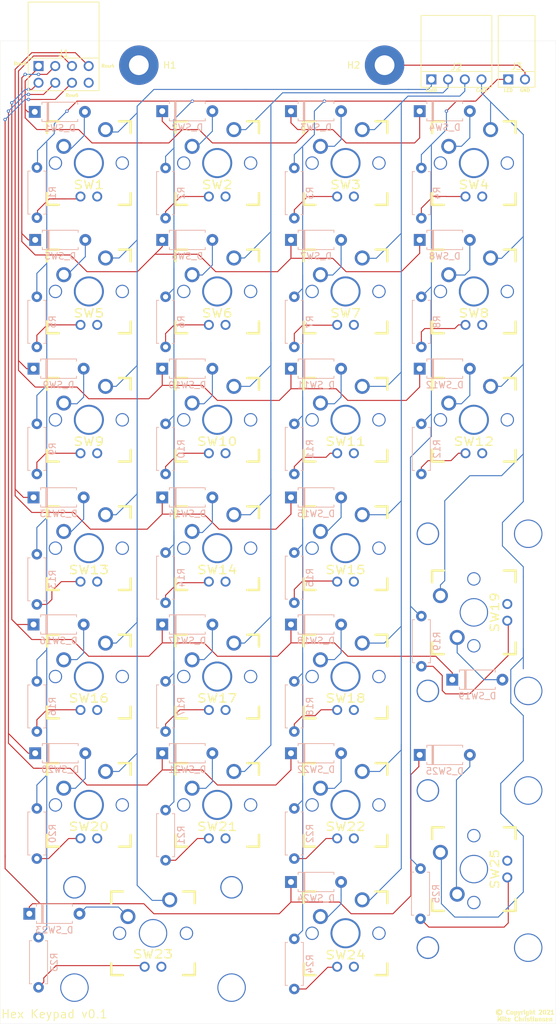
<source format=kicad_pcb>
(kicad_pcb (version 20171130) (host pcbnew "(5.1.5)-3")
  (layers (0 F.Cu signal) (31 B.Cu signal) (34 B.Paste user) (35 F.Paste user) (36 B.SilkS user) (37 F.SilkS user) (38 B.Mask user) (39 F.Mask user) (44 Edge.Cuts user))
  (net 0 "")
  (net 1 GND)
  (net 2 Rows0)
  (net 3 Rows1)
  (net 4 Rows2)
  (net 5 Rows3)
  (net 6 Rows4)
  (net 7 Rows5)
  (net 8 Rows6)
  (net 9 Columns0)
  (net 10 Columns1)
  (net 11 Columns2)
  (net 12 Columns3)
  (net 13 "Net-(D_SW1-Pad2)")
  (net 14 "Net-(D_SW2-Pad2)")
  (net 15 "Net-(D_SW3-Pad2)")
  (net 16 "Net-(D_SW4-Pad2)")
  (net 17 "Net-(D_SW5-Pad2)")
  (net 18 "Net-(D_SW6-Pad2)")
  (net 19 "Net-(D_SW7-Pad2)")
  (net 20 "Net-(D_SW8-Pad2)")
  (net 21 "Net-(D_SW9-Pad2)")
  (net 22 "Net-(D_SW10-Pad2)")
  (net 23 "Net-(D_SW11-Pad2)")
  (net 24 "Net-(D_SW12-Pad2)")
  (net 25 "Net-(D_SW13-Pad2)")
  (net 26 "Net-(D_SW14-Pad2)")
  (net 27 "Net-(D_SW15-Pad2)")
  (net 28 "Net-(D_SW16-Pad2)")
  (net 29 "Net-(D_SW17-Pad2)")
  (net 30 "Net-(D_SW18-Pad2)")
  (net 31 "Net-(D_SW19-Pad2)")
  (net 32 "Net-(D_SW20-Pad2)")
  (net 33 "Net-(D_SW21-Pad2)")
  (net 34 "Net-(D_SW22-Pad2)")
  (net 35 "Net-(D_SW23-Pad2)")
  (net 36 "Net-(D_SW24-Pad2)")
  (net 37 "Net-(D_SW25-Pad2)")
  (net 38 LedCol0)
  (net 39 "Net-(J1-Pad8)")
  (net 40 "Net-(R1-Pad1)")
  (net 41 "Net-(R2-Pad1)")
  (net 42 "Net-(R3-Pad1)")
  (net 43 "Net-(R4-Pad1)")
  (net 44 "Net-(R5-Pad1)")
  (net 45 "Net-(R6-Pad1)")
  (net 46 "Net-(R7-Pad1)")
  (net 47 "Net-(R8-Pad1)")
  (net 48 "Net-(R9-Pad1)")
  (net 49 "Net-(R10-Pad1)")
  (net 50 "Net-(R11-Pad1)")
  (net 51 "Net-(R12-Pad1)")
  (net 52 "Net-(R13-Pad1)")
  (net 53 "Net-(R14-Pad1)")
  (net 54 "Net-(R15-Pad1)")
  (net 55 "Net-(R16-Pad1)")
  (net 56 "Net-(R17-Pad1)")
  (net 57 "Net-(R18-Pad1)")
  (net 58 "Net-(R19-Pad1)")
  (net 59 "Net-(R20-Pad1)")
  (net 60 "Net-(R21-Pad1)")
  (net 61 "Net-(R22-Pad1)")
  (net 62 "Net-(R23-Pad1)")
  (net 63 "Net-(R24-Pad1)")
  (net 64 "Net-(R25-Pad1)")
  (module MountingHole:MountingHole_3mm_Pad (layer F.Cu) (at 118.11 182.245)
    (fp_text reference H2 (at -4.699 0) (layer F.SilkS))
    (fp_text value MountingHole_Pad)
    (pad 1 thru_hole circle (at 0 0) (size 6 6) (drill 3) (layers *.Cu *.Mask) (net 1 GND))
  )
  (module MountingHole:MountingHole_3mm_Pad (layer F.Cu) (at 80.772 182.245)
    (fp_text reference H1 (at 4.699 0) (layer F.SilkS))
    (fp_text value MountingHole_Pad)
    (pad 1 thru_hole circle (at 0 0) (size 6 6) (drill 3) (layers *.Cu *.Mask) (net 1 GND))
  )
  (module Keyboard:CHERRY_PCB_200V_LED (layer F.Cu) (at 131.678 304.364)
    (fp_text reference SW25 (at 3.175 0 90) (layer F.SilkS) (effects (font (size 1.27 1.524) (thickness 0.2032))))
    (fp_text value MX hide)
    (pad 4 thru_hole circle (at 5.08 1.27 90) (size 1.524 1.524) (drill 0.9906) (layers *.Cu *.Mask) (net 64 "Net-(R25-Pad1)"))
    (pad 3 thru_hole circle (at 5.08 -1.27 90) (size 1.524 1.524) (drill 0.9906) (layers *.Cu *.Mask) (net 1 GND))
    (pad HOLE thru_hole circle (at 8.255 -11.938 90) (size 4.318 4.318) (drill 3.9878) (layers *.Cu *.Mask))
    (pad HOLE thru_hole circle (at 8.255 11.938 90) (size 4.318 4.318) (drill 3.9878) (layers *.Cu *.Mask))
    (pad HOLE thru_hole circle (at -6.985 -11.938 90) (size 3.429 3.429) (drill 3.048) (layers *.Cu *.Mask))
    (pad HOLE thru_hole circle (at -6.985 11.938 90) (size 3.429 3.429) (drill 3.048) (layers *.Cu *.Mask))
    (pad HOLE thru_hole circle (at 0 -5.08 90) (size 2.032 2.032) (drill 1.7018) (layers *.Cu *.Mask))
    (pad HOLE thru_hole circle (at 0 5.08 90) (size 2.032 2.032) (drill 1.7018) (layers *.Cu *.Mask))
    (pad HOLE thru_hole circle (at 0 0 90) (size 4.318 4.318) (drill 3.9878) (layers *.Cu *.Mask))
    (pad 2 thru_hole circle (at -2.54 3.81 90) (size 2.286 2.286) (drill 1.4986) (layers *.Cu *.Mask) (net 37 "Net-(D_SW25-Pad2)"))
    (pad 1 thru_hole circle (at -5.08 -2.54 90) (size 2.286 2.286) (drill 1.4986) (layers *.Cu *.Mask) (net 12 Columns3))
  )
  (module Keyboard:CHERRY_PCB_200H_LED (layer F.Cu) (at 82.928 314.114)
    (fp_text reference SW23 (at 0 3.175) (layer F.SilkS) (effects (font (size 1.27 1.524) (thickness 0.2032))))
    (fp_text value MX hide)
    (pad HOLE thru_hole circle (at 5.08 0 90) (size 2.032 2.032) (drill 1.7018) (layers *.Cu *.Mask))
    (pad HOLE thru_hole circle (at -5.08 0 90) (size 2.032 2.032) (drill 1.7018) (layers *.Cu *.Mask))
    (pad HOLE thru_hole circle (at 0 0) (size 4.318 4.318) (drill 3.9878) (layers *.Cu *.Mask))
    (pad 4 thru_hole circle (at -1.27 5.08) (size 1.524 1.524) (drill 0.9906) (layers *.Cu *.Mask) (net 62 "Net-(R23-Pad1)"))
    (pad 3 thru_hole circle (at 1.27 5.08) (size 1.524 1.524) (drill 0.9906) (layers *.Cu *.Mask) (net 1 GND))
    (pad HOLE thru_hole circle (at 11.938 8.255) (size 4.318 4.318) (drill 3.9878) (layers *.Cu *.Mask))
    (pad HOLE thru_hole circle (at -11.938 8.255) (size 4.318 4.318) (drill 3.9878) (layers *.Cu *.Mask))
    (pad HOLE thru_hole circle (at 11.938 -6.985) (size 3.429 3.429) (drill 3.048) (layers *.Cu *.Mask))
    (pad HOLE thru_hole circle (at -11.938 -6.985) (size 3.429 3.429) (drill 3.048) (layers *.Cu *.Mask))
    (pad 2 thru_hole circle (at -3.81 -2.54) (size 2.286 2.286) (drill 1.4986) (layers *.Cu *.Mask) (net 35 "Net-(D_SW23-Pad2)"))
    (pad 1 thru_hole circle (at 2.54 -5.08) (size 2.286 2.286) (drill 1.4986) (layers *.Cu *.Mask) (net 9 Columns0))
  )
  (module Keyboard:CHERRY_PCB_200V_LED (layer F.Cu) (at 131.678 265.364)
    (fp_text reference SW19 (at 3.175 0 90) (layer F.SilkS) (effects (font (size 1.27 1.524) (thickness 0.2032))))
    (fp_text value MX hide)
    (pad 4 thru_hole circle (at 5.08 1.27 90) (size 1.524 1.524) (drill 0.9906) (layers *.Cu *.Mask) (net 58 "Net-(R19-Pad1)"))
    (pad 3 thru_hole circle (at 5.08 -1.27 90) (size 1.524 1.524) (drill 0.9906) (layers *.Cu *.Mask) (net 1 GND))
    (pad HOLE thru_hole circle (at 8.255 -11.938 90) (size 4.318 4.318) (drill 3.9878) (layers *.Cu *.Mask))
    (pad HOLE thru_hole circle (at 8.255 11.938 90) (size 4.318 4.318) (drill 3.9878) (layers *.Cu *.Mask))
    (pad HOLE thru_hole circle (at -6.985 -11.938 90) (size 3.429 3.429) (drill 3.048) (layers *.Cu *.Mask))
    (pad HOLE thru_hole circle (at -6.985 11.938 90) (size 3.429 3.429) (drill 3.048) (layers *.Cu *.Mask))
    (pad HOLE thru_hole circle (at 0 -5.08 90) (size 2.032 2.032) (drill 1.7018) (layers *.Cu *.Mask))
    (pad HOLE thru_hole circle (at 0 5.08 90) (size 2.032 2.032) (drill 1.7018) (layers *.Cu *.Mask))
    (pad HOLE thru_hole circle (at 0 0 90) (size 4.318 4.318) (drill 3.9878) (layers *.Cu *.Mask))
    (pad 2 thru_hole circle (at -2.54 3.81 90) (size 2.286 2.286) (drill 1.4986) (layers *.Cu *.Mask) (net 31 "Net-(D_SW19-Pad2)"))
    (pad 1 thru_hole circle (at -5.08 -2.54 90) (size 2.286 2.286) (drill 1.4986) (layers *.Cu *.Mask) (net 12 Columns3))
  )
  (module Connector_Binarycow:SSQ-104-02-T-D-RA (layer F.Cu) (at 69.342 183.642)
    (fp_text reference J1 (at 0 -3.1877) (layer F.SilkS))
    (fp_text value ROWS)
    (pad 1 thru_hole rect (at -3.81 -1.27) (size 1.524 1.524) (drill 1.016) (layers *.Cu *.Mask) (net 2 Rows0))
    (pad 2 thru_hole circle (at -1.27 -1.27) (size 1.524 1.524) (drill 1.016) (layers *.Cu *.Mask) (net 3 Rows1))
    (pad 3 thru_hole circle (at 1.27 -1.27) (size 1.524 1.524) (drill 1.016) (layers *.Cu *.Mask) (net 4 Rows2))
    (pad 4 thru_hole circle (at 3.81 -1.27) (size 1.524 1.524) (drill 1.016) (layers *.Cu *.Mask) (net 5 Rows3))
    (pad 5 thru_hole circle (at -3.81 1.27) (size 1.524 1.524) (drill 1.016) (layers *.Cu *.Mask) (net 6 Rows4))
    (pad 6 thru_hole circle (at -1.27 1.27) (size 1.524 1.524) (drill 1.016) (layers *.Cu *.Mask) (net 7 Rows5))
    (pad 7 thru_hole circle (at 1.27 1.27) (size 1.524 1.524) (drill 1.016) (layers *.Cu *.Mask) (net 8 Rows6))
    (pad 8 thru_hole circle (at 3.81 1.27) (size 1.524 1.524) (drill 1.016) (layers *.Cu *.Mask) (net 39 "Net-(J1-Pad8)"))
  )
  (module Keyboard:CHERRY_PLATE_100H_LED (layer F.Cu) (at 112.178 314.114)
    (fp_text reference SW24 (at 0 3.302) (layer F.SilkS) (effects (font (size 1.27 1.524) (thickness 0.2032))))
    (fp_text value MX hide)
    (pad "" thru_hole circle (at -5.08 0) (size 2.032 2.032) (drill 1.7018) (layers *.Cu *.Mask))
    (pad "" thru_hole circle (at 5.08 0) (size 2.032 2.032) (drill 1.7018) (layers *.Cu *.Mask))
    (pad "" thru_hole circle (at 0 0) (size 4.572 4.572) (drill 3.9878) (layers *.Cu *.Mask))
    (pad 4 thru_hole circle (at -1.27 5.08) (size 1.524 1.524) (drill 0.9906) (layers *.Cu *.Mask) (net 63 "Net-(R24-Pad1)"))
    (pad 3 thru_hole circle (at 1.27 5.08) (size 1.524 1.524) (drill 0.9906) (layers *.Cu *.Mask) (net 1 GND))
    (pad 2 thru_hole circle (at -3.81 -2.54) (size 2.286 2.286) (drill 1.4986) (layers *.Cu *.Mask) (net 36 "Net-(D_SW24-Pad2)"))
    (pad 1 thru_hole circle (at 2.54 -5.08) (size 2.286 2.286) (drill 1.4986) (layers *.Cu *.Mask) (net 11 Columns2))
  )
  (module Keyboard:CHERRY_PLATE_100H_LED (layer F.Cu) (at 92.678 197.114)
    (fp_text reference SW2 (at 0 3.302) (layer F.SilkS) (effects (font (size 1.27 1.524) (thickness 0.2032))))
    (fp_text value MX hide)
    (pad "" thru_hole circle (at -5.08 0) (size 2.032 2.032) (drill 1.7018) (layers *.Cu *.Mask))
    (pad "" thru_hole circle (at 5.08 0) (size 2.032 2.032) (drill 1.7018) (layers *.Cu *.Mask))
    (pad "" thru_hole circle (at 0 0) (size 4.572 4.572) (drill 3.9878) (layers *.Cu *.Mask))
    (pad 4 thru_hole circle (at -1.27 5.08) (size 1.524 1.524) (drill 0.9906) (layers *.Cu *.Mask) (net 41 "Net-(R2-Pad1)"))
    (pad 3 thru_hole circle (at 1.27 5.08) (size 1.524 1.524) (drill 0.9906) (layers *.Cu *.Mask) (net 1 GND))
    (pad 2 thru_hole circle (at -3.81 -2.54) (size 2.286 2.286) (drill 1.4986) (layers *.Cu *.Mask) (net 14 "Net-(D_SW2-Pad2)"))
    (pad 1 thru_hole circle (at 2.54 -5.08) (size 2.286 2.286) (drill 1.4986) (layers *.Cu *.Mask) (net 10 Columns1))
  )
  (module Keyboard:CHERRY_PLATE_100H_LED (layer F.Cu) (at 73.178 197.114)
    (fp_text reference SW1 (at 0 3.302) (layer F.SilkS) (effects (font (size 1.27 1.524) (thickness 0.2032))))
    (fp_text value MX hide)
    (pad "" thru_hole circle (at -5.08 0) (size 2.032 2.032) (drill 1.7018) (layers *.Cu *.Mask))
    (pad "" thru_hole circle (at 5.08 0) (size 2.032 2.032) (drill 1.7018) (layers *.Cu *.Mask))
    (pad "" thru_hole circle (at 0 0) (size 4.572 4.572) (drill 3.9878) (layers *.Cu *.Mask))
    (pad 4 thru_hole circle (at -1.27 5.08) (size 1.524 1.524) (drill 0.9906) (layers *.Cu *.Mask) (net 40 "Net-(R1-Pad1)"))
    (pad 3 thru_hole circle (at 1.27 5.08) (size 1.524 1.524) (drill 0.9906) (layers *.Cu *.Mask) (net 1 GND))
    (pad 2 thru_hole circle (at -3.81 -2.54) (size 2.286 2.286) (drill 1.4986) (layers *.Cu *.Mask) (net 13 "Net-(D_SW1-Pad2)"))
    (pad 1 thru_hole circle (at 2.54 -5.08) (size 2.286 2.286) (drill 1.4986) (layers *.Cu *.Mask) (net 9 Columns0))
  )
  (module Keyboard:CHERRY_PLATE_100H_LED (layer F.Cu) (at 112.178 294.614)
    (fp_text reference SW22 (at 0 3.302) (layer F.SilkS) (effects (font (size 1.27 1.524) (thickness 0.2032))))
    (fp_text value MX hide)
    (pad "" thru_hole circle (at -5.08 0) (size 2.032 2.032) (drill 1.7018) (layers *.Cu *.Mask))
    (pad "" thru_hole circle (at 5.08 0) (size 2.032 2.032) (drill 1.7018) (layers *.Cu *.Mask))
    (pad "" thru_hole circle (at 0 0) (size 4.572 4.572) (drill 3.9878) (layers *.Cu *.Mask))
    (pad 4 thru_hole circle (at -1.27 5.08) (size 1.524 1.524) (drill 0.9906) (layers *.Cu *.Mask) (net 61 "Net-(R22-Pad1)"))
    (pad 3 thru_hole circle (at 1.27 5.08) (size 1.524 1.524) (drill 0.9906) (layers *.Cu *.Mask) (net 1 GND))
    (pad 2 thru_hole circle (at -3.81 -2.54) (size 2.286 2.286) (drill 1.4986) (layers *.Cu *.Mask) (net 34 "Net-(D_SW22-Pad2)"))
    (pad 1 thru_hole circle (at 2.54 -5.08) (size 2.286 2.286) (drill 1.4986) (layers *.Cu *.Mask) (net 11 Columns2))
  )
  (module Keyboard:CHERRY_PLATE_100H_LED (layer F.Cu) (at 92.678 294.614)
    (fp_text reference SW21 (at 0 3.302) (layer F.SilkS) (effects (font (size 1.27 1.524) (thickness 0.2032))))
    (fp_text value MX hide)
    (pad "" thru_hole circle (at -5.08 0) (size 2.032 2.032) (drill 1.7018) (layers *.Cu *.Mask))
    (pad "" thru_hole circle (at 5.08 0) (size 2.032 2.032) (drill 1.7018) (layers *.Cu *.Mask))
    (pad "" thru_hole circle (at 0 0) (size 4.572 4.572) (drill 3.9878) (layers *.Cu *.Mask))
    (pad 4 thru_hole circle (at -1.27 5.08) (size 1.524 1.524) (drill 0.9906) (layers *.Cu *.Mask) (net 60 "Net-(R21-Pad1)"))
    (pad 3 thru_hole circle (at 1.27 5.08) (size 1.524 1.524) (drill 0.9906) (layers *.Cu *.Mask) (net 1 GND))
    (pad 2 thru_hole circle (at -3.81 -2.54) (size 2.286 2.286) (drill 1.4986) (layers *.Cu *.Mask) (net 33 "Net-(D_SW21-Pad2)"))
    (pad 1 thru_hole circle (at 2.54 -5.08) (size 2.286 2.286) (drill 1.4986) (layers *.Cu *.Mask) (net 10 Columns1))
  )
  (module Keyboard:CHERRY_PLATE_100H_LED (layer F.Cu) (at 73.178 294.614)
    (fp_text reference SW20 (at 0 3.302) (layer F.SilkS) (effects (font (size 1.27 1.524) (thickness 0.2032))))
    (fp_text value MX hide)
    (pad "" thru_hole circle (at -5.08 0) (size 2.032 2.032) (drill 1.7018) (layers *.Cu *.Mask))
    (pad "" thru_hole circle (at 5.08 0) (size 2.032 2.032) (drill 1.7018) (layers *.Cu *.Mask))
    (pad "" thru_hole circle (at 0 0) (size 4.572 4.572) (drill 3.9878) (layers *.Cu *.Mask))
    (pad 4 thru_hole circle (at -1.27 5.08) (size 1.524 1.524) (drill 0.9906) (layers *.Cu *.Mask) (net 59 "Net-(R20-Pad1)"))
    (pad 3 thru_hole circle (at 1.27 5.08) (size 1.524 1.524) (drill 0.9906) (layers *.Cu *.Mask) (net 1 GND))
    (pad 2 thru_hole circle (at -3.81 -2.54) (size 2.286 2.286) (drill 1.4986) (layers *.Cu *.Mask) (net 32 "Net-(D_SW20-Pad2)"))
    (pad 1 thru_hole circle (at 2.54 -5.08) (size 2.286 2.286) (drill 1.4986) (layers *.Cu *.Mask) (net 9 Columns0))
  )
  (module Keyboard:CHERRY_PLATE_100H_LED (layer F.Cu) (at 112.178 275.114)
    (fp_text reference SW18 (at 0 3.302) (layer F.SilkS) (effects (font (size 1.27 1.524) (thickness 0.2032))))
    (fp_text value MX hide)
    (pad "" thru_hole circle (at -5.08 0) (size 2.032 2.032) (drill 1.7018) (layers *.Cu *.Mask))
    (pad "" thru_hole circle (at 5.08 0) (size 2.032 2.032) (drill 1.7018) (layers *.Cu *.Mask))
    (pad "" thru_hole circle (at 0 0) (size 4.572 4.572) (drill 3.9878) (layers *.Cu *.Mask))
    (pad 4 thru_hole circle (at -1.27 5.08) (size 1.524 1.524) (drill 0.9906) (layers *.Cu *.Mask) (net 57 "Net-(R18-Pad1)"))
    (pad 3 thru_hole circle (at 1.27 5.08) (size 1.524 1.524) (drill 0.9906) (layers *.Cu *.Mask) (net 1 GND))
    (pad 2 thru_hole circle (at -3.81 -2.54) (size 2.286 2.286) (drill 1.4986) (layers *.Cu *.Mask) (net 30 "Net-(D_SW18-Pad2)"))
    (pad 1 thru_hole circle (at 2.54 -5.08) (size 2.286 2.286) (drill 1.4986) (layers *.Cu *.Mask) (net 11 Columns2))
  )
  (module Keyboard:CHERRY_PLATE_100H_LED (layer F.Cu) (at 92.678 275.114)
    (fp_text reference SW17 (at 0 3.302) (layer F.SilkS) (effects (font (size 1.27 1.524) (thickness 0.2032))))
    (fp_text value MX hide)
    (pad "" thru_hole circle (at -5.08 0) (size 2.032 2.032) (drill 1.7018) (layers *.Cu *.Mask))
    (pad "" thru_hole circle (at 5.08 0) (size 2.032 2.032) (drill 1.7018) (layers *.Cu *.Mask))
    (pad "" thru_hole circle (at 0 0) (size 4.572 4.572) (drill 3.9878) (layers *.Cu *.Mask))
    (pad 4 thru_hole circle (at -1.27 5.08) (size 1.524 1.524) (drill 0.9906) (layers *.Cu *.Mask) (net 56 "Net-(R17-Pad1)"))
    (pad 3 thru_hole circle (at 1.27 5.08) (size 1.524 1.524) (drill 0.9906) (layers *.Cu *.Mask) (net 1 GND))
    (pad 2 thru_hole circle (at -3.81 -2.54) (size 2.286 2.286) (drill 1.4986) (layers *.Cu *.Mask) (net 29 "Net-(D_SW17-Pad2)"))
    (pad 1 thru_hole circle (at 2.54 -5.08) (size 2.286 2.286) (drill 1.4986) (layers *.Cu *.Mask) (net 10 Columns1))
  )
  (module Keyboard:CHERRY_PLATE_100H_LED (layer F.Cu) (at 73.178 275.114)
    (fp_text reference SW16 (at 0 3.302) (layer F.SilkS) (effects (font (size 1.27 1.524) (thickness 0.2032))))
    (fp_text value MX hide)
    (pad "" thru_hole circle (at -5.08 0) (size 2.032 2.032) (drill 1.7018) (layers *.Cu *.Mask))
    (pad "" thru_hole circle (at 5.08 0) (size 2.032 2.032) (drill 1.7018) (layers *.Cu *.Mask))
    (pad "" thru_hole circle (at 0 0) (size 4.572 4.572) (drill 3.9878) (layers *.Cu *.Mask))
    (pad 4 thru_hole circle (at -1.27 5.08) (size 1.524 1.524) (drill 0.9906) (layers *.Cu *.Mask) (net 55 "Net-(R16-Pad1)"))
    (pad 3 thru_hole circle (at 1.27 5.08) (size 1.524 1.524) (drill 0.9906) (layers *.Cu *.Mask) (net 1 GND))
    (pad 2 thru_hole circle (at -3.81 -2.54) (size 2.286 2.286) (drill 1.4986) (layers *.Cu *.Mask) (net 28 "Net-(D_SW16-Pad2)"))
    (pad 1 thru_hole circle (at 2.54 -5.08) (size 2.286 2.286) (drill 1.4986) (layers *.Cu *.Mask) (net 9 Columns0))
  )
  (module Keyboard:CHERRY_PLATE_100H_LED (layer F.Cu) (at 112.178 255.614)
    (fp_text reference SW15 (at 0 3.302) (layer F.SilkS) (effects (font (size 1.27 1.524) (thickness 0.2032))))
    (fp_text value MX hide)
    (pad "" thru_hole circle (at -5.08 0) (size 2.032 2.032) (drill 1.7018) (layers *.Cu *.Mask))
    (pad "" thru_hole circle (at 5.08 0) (size 2.032 2.032) (drill 1.7018) (layers *.Cu *.Mask))
    (pad "" thru_hole circle (at 0 0) (size 4.572 4.572) (drill 3.9878) (layers *.Cu *.Mask))
    (pad 4 thru_hole circle (at -1.27 5.08) (size 1.524 1.524) (drill 0.9906) (layers *.Cu *.Mask) (net 54 "Net-(R15-Pad1)"))
    (pad 3 thru_hole circle (at 1.27 5.08) (size 1.524 1.524) (drill 0.9906) (layers *.Cu *.Mask) (net 1 GND))
    (pad 2 thru_hole circle (at -3.81 -2.54) (size 2.286 2.286) (drill 1.4986) (layers *.Cu *.Mask) (net 27 "Net-(D_SW15-Pad2)"))
    (pad 1 thru_hole circle (at 2.54 -5.08) (size 2.286 2.286) (drill 1.4986) (layers *.Cu *.Mask) (net 11 Columns2))
  )
  (module Keyboard:CHERRY_PLATE_100H_LED (layer F.Cu) (at 92.678 255.614)
    (fp_text reference SW14 (at 0 3.302) (layer F.SilkS) (effects (font (size 1.27 1.524) (thickness 0.2032))))
    (fp_text value MX hide)
    (pad "" thru_hole circle (at -5.08 0) (size 2.032 2.032) (drill 1.7018) (layers *.Cu *.Mask))
    (pad "" thru_hole circle (at 5.08 0) (size 2.032 2.032) (drill 1.7018) (layers *.Cu *.Mask))
    (pad "" thru_hole circle (at 0 0) (size 4.572 4.572) (drill 3.9878) (layers *.Cu *.Mask))
    (pad 4 thru_hole circle (at -1.27 5.08) (size 1.524 1.524) (drill 0.9906) (layers *.Cu *.Mask) (net 53 "Net-(R14-Pad1)"))
    (pad 3 thru_hole circle (at 1.27 5.08) (size 1.524 1.524) (drill 0.9906) (layers *.Cu *.Mask) (net 1 GND))
    (pad 2 thru_hole circle (at -3.81 -2.54) (size 2.286 2.286) (drill 1.4986) (layers *.Cu *.Mask) (net 26 "Net-(D_SW14-Pad2)"))
    (pad 1 thru_hole circle (at 2.54 -5.08) (size 2.286 2.286) (drill 1.4986) (layers *.Cu *.Mask) (net 10 Columns1))
  )
  (module Keyboard:CHERRY_PLATE_100H_LED (layer F.Cu) (at 73.178 255.614)
    (fp_text reference SW13 (at 0 3.302) (layer F.SilkS) (effects (font (size 1.27 1.524) (thickness 0.2032))))
    (fp_text value MX hide)
    (pad "" thru_hole circle (at -5.08 0) (size 2.032 2.032) (drill 1.7018) (layers *.Cu *.Mask))
    (pad "" thru_hole circle (at 5.08 0) (size 2.032 2.032) (drill 1.7018) (layers *.Cu *.Mask))
    (pad "" thru_hole circle (at 0 0) (size 4.572 4.572) (drill 3.9878) (layers *.Cu *.Mask))
    (pad 4 thru_hole circle (at -1.27 5.08) (size 1.524 1.524) (drill 0.9906) (layers *.Cu *.Mask) (net 52 "Net-(R13-Pad1)"))
    (pad 3 thru_hole circle (at 1.27 5.08) (size 1.524 1.524) (drill 0.9906) (layers *.Cu *.Mask) (net 1 GND))
    (pad 2 thru_hole circle (at -3.81 -2.54) (size 2.286 2.286) (drill 1.4986) (layers *.Cu *.Mask) (net 25 "Net-(D_SW13-Pad2)"))
    (pad 1 thru_hole circle (at 2.54 -5.08) (size 2.286 2.286) (drill 1.4986) (layers *.Cu *.Mask) (net 9 Columns0))
  )
  (module Keyboard:CHERRY_PLATE_100H_LED (layer F.Cu) (at 131.678 236.114)
    (fp_text reference SW12 (at 0 3.302) (layer F.SilkS) (effects (font (size 1.27 1.524) (thickness 0.2032))))
    (fp_text value MX hide)
    (pad "" thru_hole circle (at -5.08 0) (size 2.032 2.032) (drill 1.7018) (layers *.Cu *.Mask))
    (pad "" thru_hole circle (at 5.08 0) (size 2.032 2.032) (drill 1.7018) (layers *.Cu *.Mask))
    (pad "" thru_hole circle (at 0 0) (size 4.572 4.572) (drill 3.9878) (layers *.Cu *.Mask))
    (pad 4 thru_hole circle (at -1.27 5.08) (size 1.524 1.524) (drill 0.9906) (layers *.Cu *.Mask) (net 51 "Net-(R12-Pad1)"))
    (pad 3 thru_hole circle (at 1.27 5.08) (size 1.524 1.524) (drill 0.9906) (layers *.Cu *.Mask) (net 1 GND))
    (pad 2 thru_hole circle (at -3.81 -2.54) (size 2.286 2.286) (drill 1.4986) (layers *.Cu *.Mask) (net 24 "Net-(D_SW12-Pad2)"))
    (pad 1 thru_hole circle (at 2.54 -5.08) (size 2.286 2.286) (drill 1.4986) (layers *.Cu *.Mask) (net 12 Columns3))
  )
  (module Keyboard:CHERRY_PLATE_100H_LED (layer F.Cu) (at 112.178 236.114)
    (fp_text reference SW11 (at 0 3.302) (layer F.SilkS) (effects (font (size 1.27 1.524) (thickness 0.2032))))
    (fp_text value MX hide)
    (pad "" thru_hole circle (at -5.08 0) (size 2.032 2.032) (drill 1.7018) (layers *.Cu *.Mask))
    (pad "" thru_hole circle (at 5.08 0) (size 2.032 2.032) (drill 1.7018) (layers *.Cu *.Mask))
    (pad "" thru_hole circle (at 0 0) (size 4.572 4.572) (drill 3.9878) (layers *.Cu *.Mask))
    (pad 4 thru_hole circle (at -1.27 5.08) (size 1.524 1.524) (drill 0.9906) (layers *.Cu *.Mask) (net 50 "Net-(R11-Pad1)"))
    (pad 3 thru_hole circle (at 1.27 5.08) (size 1.524 1.524) (drill 0.9906) (layers *.Cu *.Mask) (net 1 GND))
    (pad 2 thru_hole circle (at -3.81 -2.54) (size 2.286 2.286) (drill 1.4986) (layers *.Cu *.Mask) (net 23 "Net-(D_SW11-Pad2)"))
    (pad 1 thru_hole circle (at 2.54 -5.08) (size 2.286 2.286) (drill 1.4986) (layers *.Cu *.Mask) (net 11 Columns2))
  )
  (module Keyboard:CHERRY_PLATE_100H_LED (layer F.Cu) (at 92.678 236.114)
    (fp_text reference SW10 (at 0 3.302) (layer F.SilkS) (effects (font (size 1.27 1.524) (thickness 0.2032))))
    (fp_text value MX hide)
    (pad "" thru_hole circle (at -5.08 0) (size 2.032 2.032) (drill 1.7018) (layers *.Cu *.Mask))
    (pad "" thru_hole circle (at 5.08 0) (size 2.032 2.032) (drill 1.7018) (layers *.Cu *.Mask))
    (pad "" thru_hole circle (at 0 0) (size 4.572 4.572) (drill 3.9878) (layers *.Cu *.Mask))
    (pad 4 thru_hole circle (at -1.27 5.08) (size 1.524 1.524) (drill 0.9906) (layers *.Cu *.Mask) (net 49 "Net-(R10-Pad1)"))
    (pad 3 thru_hole circle (at 1.27 5.08) (size 1.524 1.524) (drill 0.9906) (layers *.Cu *.Mask) (net 1 GND))
    (pad 2 thru_hole circle (at -3.81 -2.54) (size 2.286 2.286) (drill 1.4986) (layers *.Cu *.Mask) (net 22 "Net-(D_SW10-Pad2)"))
    (pad 1 thru_hole circle (at 2.54 -5.08) (size 2.286 2.286) (drill 1.4986) (layers *.Cu *.Mask) (net 10 Columns1))
  )
  (module Keyboard:CHERRY_PLATE_100H_LED (layer F.Cu) (at 73.178 236.114)
    (fp_text reference SW9 (at 0 3.302) (layer F.SilkS) (effects (font (size 1.27 1.524) (thickness 0.2032))))
    (fp_text value MX hide)
    (pad "" thru_hole circle (at -5.08 0) (size 2.032 2.032) (drill 1.7018) (layers *.Cu *.Mask))
    (pad "" thru_hole circle (at 5.08 0) (size 2.032 2.032) (drill 1.7018) (layers *.Cu *.Mask))
    (pad "" thru_hole circle (at 0 0) (size 4.572 4.572) (drill 3.9878) (layers *.Cu *.Mask))
    (pad 4 thru_hole circle (at -1.27 5.08) (size 1.524 1.524) (drill 0.9906) (layers *.Cu *.Mask) (net 48 "Net-(R9-Pad1)"))
    (pad 3 thru_hole circle (at 1.27 5.08) (size 1.524 1.524) (drill 0.9906) (layers *.Cu *.Mask) (net 1 GND))
    (pad 2 thru_hole circle (at -3.81 -2.54) (size 2.286 2.286) (drill 1.4986) (layers *.Cu *.Mask) (net 21 "Net-(D_SW9-Pad2)"))
    (pad 1 thru_hole circle (at 2.54 -5.08) (size 2.286 2.286) (drill 1.4986) (layers *.Cu *.Mask) (net 9 Columns0))
  )
  (module Keyboard:CHERRY_PLATE_100H_LED (layer F.Cu) (at 131.678 216.614)
    (fp_text reference SW8 (at 0 3.302) (layer F.SilkS) (effects (font (size 1.27 1.524) (thickness 0.2032))))
    (fp_text value MX hide)
    (pad "" thru_hole circle (at -5.08 0) (size 2.032 2.032) (drill 1.7018) (layers *.Cu *.Mask))
    (pad "" thru_hole circle (at 5.08 0) (size 2.032 2.032) (drill 1.7018) (layers *.Cu *.Mask))
    (pad "" thru_hole circle (at 0 0) (size 4.572 4.572) (drill 3.9878) (layers *.Cu *.Mask))
    (pad 4 thru_hole circle (at -1.27 5.08) (size 1.524 1.524) (drill 0.9906) (layers *.Cu *.Mask) (net 47 "Net-(R8-Pad1)"))
    (pad 3 thru_hole circle (at 1.27 5.08) (size 1.524 1.524) (drill 0.9906) (layers *.Cu *.Mask) (net 1 GND))
    (pad 2 thru_hole circle (at -3.81 -2.54) (size 2.286 2.286) (drill 1.4986) (layers *.Cu *.Mask) (net 20 "Net-(D_SW8-Pad2)"))
    (pad 1 thru_hole circle (at 2.54 -5.08) (size 2.286 2.286) (drill 1.4986) (layers *.Cu *.Mask) (net 12 Columns3))
  )
  (module Keyboard:CHERRY_PLATE_100H_LED (layer F.Cu) (at 112.178 216.614)
    (fp_text reference SW7 (at 0 3.302) (layer F.SilkS) (effects (font (size 1.27 1.524) (thickness 0.2032))))
    (fp_text value MX hide)
    (pad "" thru_hole circle (at -5.08 0) (size 2.032 2.032) (drill 1.7018) (layers *.Cu *.Mask))
    (pad "" thru_hole circle (at 5.08 0) (size 2.032 2.032) (drill 1.7018) (layers *.Cu *.Mask))
    (pad "" thru_hole circle (at 0 0) (size 4.572 4.572) (drill 3.9878) (layers *.Cu *.Mask))
    (pad 4 thru_hole circle (at -1.27 5.08) (size 1.524 1.524) (drill 0.9906) (layers *.Cu *.Mask) (net 46 "Net-(R7-Pad1)"))
    (pad 3 thru_hole circle (at 1.27 5.08) (size 1.524 1.524) (drill 0.9906) (layers *.Cu *.Mask) (net 1 GND))
    (pad 2 thru_hole circle (at -3.81 -2.54) (size 2.286 2.286) (drill 1.4986) (layers *.Cu *.Mask) (net 19 "Net-(D_SW7-Pad2)"))
    (pad 1 thru_hole circle (at 2.54 -5.08) (size 2.286 2.286) (drill 1.4986) (layers *.Cu *.Mask) (net 11 Columns2))
  )
  (module Keyboard:CHERRY_PLATE_100H_LED (layer F.Cu) (at 92.678 216.614)
    (fp_text reference SW6 (at 0 3.302) (layer F.SilkS) (effects (font (size 1.27 1.524) (thickness 0.2032))))
    (fp_text value MX hide)
    (pad "" thru_hole circle (at -5.08 0) (size 2.032 2.032) (drill 1.7018) (layers *.Cu *.Mask))
    (pad "" thru_hole circle (at 5.08 0) (size 2.032 2.032) (drill 1.7018) (layers *.Cu *.Mask))
    (pad "" thru_hole circle (at 0 0) (size 4.572 4.572) (drill 3.9878) (layers *.Cu *.Mask))
    (pad 4 thru_hole circle (at -1.27 5.08) (size 1.524 1.524) (drill 0.9906) (layers *.Cu *.Mask) (net 45 "Net-(R6-Pad1)"))
    (pad 3 thru_hole circle (at 1.27 5.08) (size 1.524 1.524) (drill 0.9906) (layers *.Cu *.Mask) (net 1 GND))
    (pad 2 thru_hole circle (at -3.81 -2.54) (size 2.286 2.286) (drill 1.4986) (layers *.Cu *.Mask) (net 18 "Net-(D_SW6-Pad2)"))
    (pad 1 thru_hole circle (at 2.54 -5.08) (size 2.286 2.286) (drill 1.4986) (layers *.Cu *.Mask) (net 10 Columns1))
  )
  (module Keyboard:CHERRY_PLATE_100H_LED (layer F.Cu) (at 73.178 216.614)
    (fp_text reference SW5 (at 0 3.302) (layer F.SilkS) (effects (font (size 1.27 1.524) (thickness 0.2032))))
    (fp_text value MX hide)
    (pad "" thru_hole circle (at -5.08 0) (size 2.032 2.032) (drill 1.7018) (layers *.Cu *.Mask))
    (pad "" thru_hole circle (at 5.08 0) (size 2.032 2.032) (drill 1.7018) (layers *.Cu *.Mask))
    (pad "" thru_hole circle (at 0 0) (size 4.572 4.572) (drill 3.9878) (layers *.Cu *.Mask))
    (pad 4 thru_hole circle (at -1.27 5.08) (size 1.524 1.524) (drill 0.9906) (layers *.Cu *.Mask) (net 44 "Net-(R5-Pad1)"))
    (pad 3 thru_hole circle (at 1.27 5.08) (size 1.524 1.524) (drill 0.9906) (layers *.Cu *.Mask) (net 1 GND))
    (pad 2 thru_hole circle (at -3.81 -2.54) (size 2.286 2.286) (drill 1.4986) (layers *.Cu *.Mask) (net 17 "Net-(D_SW5-Pad2)"))
    (pad 1 thru_hole circle (at 2.54 -5.08) (size 2.286 2.286) (drill 1.4986) (layers *.Cu *.Mask) (net 9 Columns0))
  )
  (module Keyboard:CHERRY_PLATE_100H_LED (layer F.Cu) (at 131.678 197.114)
    (fp_text reference SW4 (at 0 3.302) (layer F.SilkS) (effects (font (size 1.27 1.524) (thickness 0.2032))))
    (fp_text value MX hide)
    (pad "" thru_hole circle (at -5.08 0) (size 2.032 2.032) (drill 1.7018) (layers *.Cu *.Mask))
    (pad "" thru_hole circle (at 5.08 0) (size 2.032 2.032) (drill 1.7018) (layers *.Cu *.Mask))
    (pad "" thru_hole circle (at 0 0) (size 4.572 4.572) (drill 3.9878) (layers *.Cu *.Mask))
    (pad 4 thru_hole circle (at -1.27 5.08) (size 1.524 1.524) (drill 0.9906) (layers *.Cu *.Mask) (net 43 "Net-(R4-Pad1)"))
    (pad 3 thru_hole circle (at 1.27 5.08) (size 1.524 1.524) (drill 0.9906) (layers *.Cu *.Mask) (net 1 GND))
    (pad 2 thru_hole circle (at -3.81 -2.54) (size 2.286 2.286) (drill 1.4986) (layers *.Cu *.Mask) (net 16 "Net-(D_SW4-Pad2)"))
    (pad 1 thru_hole circle (at 2.54 -5.08) (size 2.286 2.286) (drill 1.4986) (layers *.Cu *.Mask) (net 12 Columns3))
  )
  (module Keyboard:CHERRY_PLATE_100H_LED (layer F.Cu) (at 112.178 197.114)
    (fp_text reference SW3 (at 0 3.302) (layer F.SilkS) (effects (font (size 1.27 1.524) (thickness 0.2032))))
    (fp_text value MX hide)
    (pad "" thru_hole circle (at -5.08 0) (size 2.032 2.032) (drill 1.7018) (layers *.Cu *.Mask))
    (pad "" thru_hole circle (at 5.08 0) (size 2.032 2.032) (drill 1.7018) (layers *.Cu *.Mask))
    (pad "" thru_hole circle (at 0 0) (size 4.572 4.572) (drill 3.9878) (layers *.Cu *.Mask))
    (pad 4 thru_hole circle (at -1.27 5.08) (size 1.524 1.524) (drill 0.9906) (layers *.Cu *.Mask) (net 42 "Net-(R3-Pad1)"))
    (pad 3 thru_hole circle (at 1.27 5.08) (size 1.524 1.524) (drill 0.9906) (layers *.Cu *.Mask) (net 1 GND))
    (pad 2 thru_hole circle (at -3.81 -2.54) (size 2.286 2.286) (drill 1.4986) (layers *.Cu *.Mask) (net 15 "Net-(D_SW3-Pad2)"))
    (pad 1 thru_hole circle (at 2.54 -5.08) (size 2.286 2.286) (drill 1.4986) (layers *.Cu *.Mask) (net 11 Columns2))
  )
  (module Resistor_THT:R_Axial_DIN0207_L6.3mm_D2.5mm_P7.62mm_Horizontal (layer B.Cu) (at 123.571 311.912 90)
    (fp_text reference R25 (at 3.81 2.37 90) (layer B.SilkS) (effects (justify mirror)))
    (fp_text value R220)
    (pad 2 thru_hole oval (at 7.62 0 90) (size 1.6 1.6) (drill 0.8) (layers *.Cu *.Mask) (net 38 LedCol0))
    (pad 1 thru_hole circle (at 0 0 90) (size 1.6 1.6) (drill 0.8) (layers *.Cu *.Mask) (net 64 "Net-(R25-Pad1)"))
  )
  (module Resistor_THT:R_Axial_DIN0207_L6.3mm_D2.5mm_P7.62mm_Horizontal (layer B.Cu) (at 104.394 322.58 90)
    (fp_text reference R24 (at 3.81 2.37 90) (layer B.SilkS) (effects (justify mirror)))
    (fp_text value R220)
    (pad 2 thru_hole oval (at 7.62 0 90) (size 1.6 1.6) (drill 0.8) (layers *.Cu *.Mask) (net 38 LedCol0))
    (pad 1 thru_hole circle (at 0 0 90) (size 1.6 1.6) (drill 0.8) (layers *.Cu *.Mask) (net 63 "Net-(R24-Pad1)"))
  )
  (module Resistor_THT:R_Axial_DIN0207_L6.3mm_D2.5mm_P7.62mm_Horizontal (layer B.Cu) (at 65.532 322.326 90)
    (fp_text reference R23 (at 3.81 2.37 90) (layer B.SilkS) (effects (justify mirror)))
    (fp_text value R220)
    (pad 2 thru_hole oval (at 7.62 0 90) (size 1.6 1.6) (drill 0.8) (layers *.Cu *.Mask) (net 38 LedCol0))
    (pad 1 thru_hole circle (at 0 0 90) (size 1.6 1.6) (drill 0.8) (layers *.Cu *.Mask) (net 62 "Net-(R23-Pad1)"))
  )
  (module Resistor_THT:R_Axial_DIN0207_L6.3mm_D2.5mm_P7.62mm_Horizontal (layer B.Cu) (at 104.394 302.768 90)
    (fp_text reference R22 (at 3.81 2.37 90) (layer B.SilkS) (effects (justify mirror)))
    (fp_text value R220)
    (pad 2 thru_hole oval (at 7.62 0 90) (size 1.6 1.6) (drill 0.8) (layers *.Cu *.Mask) (net 38 LedCol0))
    (pad 1 thru_hole circle (at 0 0 90) (size 1.6 1.6) (drill 0.8) (layers *.Cu *.Mask) (net 61 "Net-(R22-Pad1)"))
  )
  (module Resistor_THT:R_Axial_DIN0207_L6.3mm_D2.5mm_P7.62mm_Horizontal (layer B.Cu) (at 84.836 303.022 90)
    (fp_text reference R21 (at 3.81 2.37 90) (layer B.SilkS) (effects (justify mirror)))
    (fp_text value R220)
    (pad 2 thru_hole oval (at 7.62 0 90) (size 1.6 1.6) (drill 0.8) (layers *.Cu *.Mask) (net 38 LedCol0))
    (pad 1 thru_hole circle (at 0 0 90) (size 1.6 1.6) (drill 0.8) (layers *.Cu *.Mask) (net 60 "Net-(R21-Pad1)"))
  )
  (module Resistor_THT:R_Axial_DIN0207_L6.3mm_D2.5mm_P7.62mm_Horizontal (layer B.Cu) (at 65.278 302.768 90)
    (fp_text reference R20 (at 3.81 2.37 90) (layer B.SilkS) (effects (justify mirror)))
    (fp_text value R220)
    (pad 2 thru_hole oval (at 7.62 0 90) (size 1.6 1.6) (drill 0.8) (layers *.Cu *.Mask) (net 38 LedCol0))
    (pad 1 thru_hole circle (at 0 0 90) (size 1.6 1.6) (drill 0.8) (layers *.Cu *.Mask) (net 59 "Net-(R20-Pad1)"))
  )
  (module Resistor_THT:R_Axial_DIN0207_L6.3mm_D2.5mm_P7.62mm_Horizontal (layer B.Cu) (at 123.698 273.558 90)
    (fp_text reference R19 (at 3.81 2.37 90) (layer B.SilkS) (effects (justify mirror)))
    (fp_text value R220)
    (pad 2 thru_hole oval (at 7.62 0 90) (size 1.6 1.6) (drill 0.8) (layers *.Cu *.Mask) (net 38 LedCol0))
    (pad 1 thru_hole circle (at 0 0 90) (size 1.6 1.6) (drill 0.8) (layers *.Cu *.Mask) (net 58 "Net-(R19-Pad1)"))
  )
  (module Resistor_THT:R_Axial_DIN0207_L6.3mm_D2.5mm_P7.62mm_Horizontal (layer B.Cu) (at 104.394 283.464 90)
    (fp_text reference R18 (at 3.81 2.37 90) (layer B.SilkS) (effects (justify mirror)))
    (fp_text value R220)
    (pad 2 thru_hole oval (at 7.62 0 90) (size 1.6 1.6) (drill 0.8) (layers *.Cu *.Mask) (net 38 LedCol0))
    (pad 1 thru_hole circle (at 0 0 90) (size 1.6 1.6) (drill 0.8) (layers *.Cu *.Mask) (net 57 "Net-(R18-Pad1)"))
  )
  (module Resistor_THT:R_Axial_DIN0207_L6.3mm_D2.5mm_P7.62mm_Horizontal (layer B.Cu) (at 84.836 283.464 90)
    (fp_text reference R17 (at 3.81 2.37 90) (layer B.SilkS) (effects (justify mirror)))
    (fp_text value R220)
    (pad 2 thru_hole oval (at 7.62 0 90) (size 1.6 1.6) (drill 0.8) (layers *.Cu *.Mask) (net 38 LedCol0))
    (pad 1 thru_hole circle (at 0 0 90) (size 1.6 1.6) (drill 0.8) (layers *.Cu *.Mask) (net 56 "Net-(R17-Pad1)"))
  )
  (module Resistor_THT:R_Axial_DIN0207_L6.3mm_D2.5mm_P7.62mm_Horizontal (layer B.Cu) (at 65.278 283.464 90)
    (fp_text reference R16 (at 3.81 2.37 90) (layer B.SilkS) (effects (justify mirror)))
    (fp_text value R220)
    (pad 2 thru_hole oval (at 7.62 0 90) (size 1.6 1.6) (drill 0.8) (layers *.Cu *.Mask) (net 38 LedCol0))
    (pad 1 thru_hole circle (at 0 0 90) (size 1.6 1.6) (drill 0.8) (layers *.Cu *.Mask) (net 55 "Net-(R16-Pad1)"))
  )
  (module Resistor_THT:R_Axial_DIN0207_L6.3mm_D2.5mm_P7.62mm_Horizontal (layer B.Cu) (at 104.394 263.906 90)
    (fp_text reference R15 (at 3.81 2.37 90) (layer B.SilkS) (effects (justify mirror)))
    (fp_text value R220)
    (pad 2 thru_hole oval (at 7.62 0 90) (size 1.6 1.6) (drill 0.8) (layers *.Cu *.Mask) (net 38 LedCol0))
    (pad 1 thru_hole circle (at 0 0 90) (size 1.6 1.6) (drill 0.8) (layers *.Cu *.Mask) (net 54 "Net-(R15-Pad1)"))
  )
  (module Resistor_THT:R_Axial_DIN0207_L6.3mm_D2.5mm_P7.62mm_Horizontal (layer B.Cu) (at 84.836 263.906 90)
    (fp_text reference R14 (at 3.81 2.37 90) (layer B.SilkS) (effects (justify mirror)))
    (fp_text value R220)
    (pad 2 thru_hole oval (at 7.62 0 90) (size 1.6 1.6) (drill 0.8) (layers *.Cu *.Mask) (net 38 LedCol0))
    (pad 1 thru_hole circle (at 0 0 90) (size 1.6 1.6) (drill 0.8) (layers *.Cu *.Mask) (net 53 "Net-(R14-Pad1)"))
  )
  (module Resistor_THT:R_Axial_DIN0207_L6.3mm_D2.5mm_P7.62mm_Horizontal (layer B.Cu) (at 65.278 264.16 90)
    (fp_text reference R13 (at 3.81 2.37 90) (layer B.SilkS) (effects (justify mirror)))
    (fp_text value R220)
    (pad 2 thru_hole oval (at 7.62 0 90) (size 1.6 1.6) (drill 0.8) (layers *.Cu *.Mask) (net 38 LedCol0))
    (pad 1 thru_hole circle (at 0 0 90) (size 1.6 1.6) (drill 0.8) (layers *.Cu *.Mask) (net 52 "Net-(R13-Pad1)"))
  )
  (module Resistor_THT:R_Axial_DIN0207_L6.3mm_D2.5mm_P7.62mm_Horizontal (layer B.Cu) (at 123.698 244.348 90)
    (fp_text reference R12 (at 3.81 2.37 90) (layer B.SilkS) (effects (justify mirror)))
    (fp_text value R220)
    (pad 2 thru_hole oval (at 7.62 0 90) (size 1.6 1.6) (drill 0.8) (layers *.Cu *.Mask) (net 38 LedCol0))
    (pad 1 thru_hole circle (at 0 0 90) (size 1.6 1.6) (drill 0.8) (layers *.Cu *.Mask) (net 51 "Net-(R12-Pad1)"))
  )
  (module Resistor_THT:R_Axial_DIN0207_L6.3mm_D2.5mm_P7.62mm_Horizontal (layer B.Cu) (at 104.394 244.348 90)
    (fp_text reference R11 (at 3.81 2.37 90) (layer B.SilkS) (effects (justify mirror)))
    (fp_text value R220)
    (pad 2 thru_hole oval (at 7.62 0 90) (size 1.6 1.6) (drill 0.8) (layers *.Cu *.Mask) (net 38 LedCol0))
    (pad 1 thru_hole circle (at 0 0 90) (size 1.6 1.6) (drill 0.8) (layers *.Cu *.Mask) (net 50 "Net-(R11-Pad1)"))
  )
  (module Resistor_THT:R_Axial_DIN0207_L6.3mm_D2.5mm_P7.62mm_Horizontal (layer B.Cu) (at 84.836 244.348 90)
    (fp_text reference R10 (at 3.81 2.37 90) (layer B.SilkS) (effects (justify mirror)))
    (fp_text value R220)
    (pad 2 thru_hole oval (at 7.62 0 90) (size 1.6 1.6) (drill 0.8) (layers *.Cu *.Mask) (net 38 LedCol0))
    (pad 1 thru_hole circle (at 0 0 90) (size 1.6 1.6) (drill 0.8) (layers *.Cu *.Mask) (net 49 "Net-(R10-Pad1)"))
  )
  (module Resistor_THT:R_Axial_DIN0207_L6.3mm_D2.5mm_P7.62mm_Horizontal (layer B.Cu) (at 65.278 244.348 90)
    (fp_text reference R9 (at 3.81 2.37 90) (layer B.SilkS) (effects (justify mirror)))
    (fp_text value R220)
    (pad 2 thru_hole oval (at 7.62 0 90) (size 1.6 1.6) (drill 0.8) (layers *.Cu *.Mask) (net 38 LedCol0))
    (pad 1 thru_hole circle (at 0 0 90) (size 1.6 1.6) (drill 0.8) (layers *.Cu *.Mask) (net 48 "Net-(R9-Pad1)"))
  )
  (module Resistor_THT:R_Axial_DIN0207_L6.3mm_D2.5mm_P7.62mm_Horizontal (layer B.Cu) (at 123.698 225.044 90)
    (fp_text reference R8 (at 3.81 2.37 270) (layer B.SilkS) (effects (justify mirror)))
    (fp_text value R220)
    (pad 2 thru_hole oval (at 7.62 0 90) (size 1.6 1.6) (drill 0.8) (layers *.Cu *.Mask) (net 38 LedCol0))
    (pad 1 thru_hole circle (at 0 0 90) (size 1.6 1.6) (drill 0.8) (layers *.Cu *.Mask) (net 47 "Net-(R8-Pad1)"))
  )
  (module Resistor_THT:R_Axial_DIN0207_L6.3mm_D2.5mm_P7.62mm_Horizontal (layer B.Cu) (at 104.394 225.044 90)
    (fp_text reference R7 (at 3.81 2.37 270) (layer B.SilkS) (effects (justify mirror)))
    (fp_text value R220)
    (pad 2 thru_hole oval (at 7.62 0 90) (size 1.6 1.6) (drill 0.8) (layers *.Cu *.Mask) (net 38 LedCol0))
    (pad 1 thru_hole circle (at 0 0 90) (size 1.6 1.6) (drill 0.8) (layers *.Cu *.Mask) (net 46 "Net-(R7-Pad1)"))
  )
  (module Resistor_THT:R_Axial_DIN0207_L6.3mm_D2.5mm_P7.62mm_Horizontal (layer B.Cu) (at 84.836 225.044 90)
    (fp_text reference R6 (at 3.81 2.37 90) (layer B.SilkS) (effects (justify mirror)))
    (fp_text value R220)
    (pad 2 thru_hole oval (at 7.62 0 90) (size 1.6 1.6) (drill 0.8) (layers *.Cu *.Mask) (net 38 LedCol0))
    (pad 1 thru_hole circle (at 0 0 90) (size 1.6 1.6) (drill 0.8) (layers *.Cu *.Mask) (net 45 "Net-(R6-Pad1)"))
  )
  (module Resistor_THT:R_Axial_DIN0207_L6.3mm_D2.5mm_P7.62mm_Horizontal (layer B.Cu) (at 65.278 225.044 90)
    (fp_text reference R5 (at 3.81 2.37 90) (layer B.SilkS) (effects (justify mirror)))
    (fp_text value R220)
    (pad 2 thru_hole oval (at 7.62 0 90) (size 1.6 1.6) (drill 0.8) (layers *.Cu *.Mask) (net 38 LedCol0))
    (pad 1 thru_hole circle (at 0 0 90) (size 1.6 1.6) (drill 0.8) (layers *.Cu *.Mask) (net 44 "Net-(R5-Pad1)"))
  )
  (module Resistor_THT:R_Axial_DIN0207_L6.3mm_D2.5mm_P7.62mm_Horizontal (layer B.Cu) (at 123.698 205.486 90)
    (fp_text reference R4 (at 3.81 2.37 270) (layer B.SilkS) (effects (justify mirror)))
    (fp_text value R220)
    (pad 2 thru_hole oval (at 7.62 0 90) (size 1.6 1.6) (drill 0.8) (layers *.Cu *.Mask) (net 38 LedCol0))
    (pad 1 thru_hole circle (at 0 0 90) (size 1.6 1.6) (drill 0.8) (layers *.Cu *.Mask) (net 43 "Net-(R4-Pad1)"))
  )
  (module Resistor_THT:R_Axial_DIN0207_L6.3mm_D2.5mm_P7.62mm_Horizontal (layer B.Cu) (at 104.394 205.486 90)
    (fp_text reference R3 (at 3.81 2.37 -90) (layer B.SilkS) (effects (justify mirror)))
    (fp_text value R220)
    (pad 2 thru_hole oval (at 7.62 0 90) (size 1.6 1.6) (drill 0.8) (layers *.Cu *.Mask) (net 38 LedCol0))
    (pad 1 thru_hole circle (at 0 0 90) (size 1.6 1.6) (drill 0.8) (layers *.Cu *.Mask) (net 42 "Net-(R3-Pad1)"))
  )
  (module Resistor_THT:R_Axial_DIN0207_L6.3mm_D2.5mm_P7.62mm_Horizontal (layer B.Cu) (at 84.836 205.486 90)
    (fp_text reference R2 (at 3.81 2.37 -90) (layer B.SilkS) (effects (justify mirror)))
    (fp_text value R220)
    (pad 2 thru_hole oval (at 7.62 0 90) (size 1.6 1.6) (drill 0.8) (layers *.Cu *.Mask) (net 38 LedCol0))
    (pad 1 thru_hole circle (at 0 0 90) (size 1.6 1.6) (drill 0.8) (layers *.Cu *.Mask) (net 41 "Net-(R2-Pad1)"))
  )
  (module Resistor_THT:R_Axial_DIN0207_L6.3mm_D2.5mm_P7.62mm_Horizontal (layer B.Cu) (at 65.288 205.414 90)
    (fp_text reference R1 (at 3.81 2.37 270) (layer B.SilkS) (effects (justify mirror)))
    (fp_text value R220)
    (pad 2 thru_hole oval (at 7.62 0 90) (size 1.6 1.6) (drill 0.8) (layers *.Cu *.Mask) (net 38 LedCol0))
    (pad 1 thru_hole circle (at 0 0 90) (size 1.6 1.6) (drill 0.8) (layers *.Cu *.Mask) (net 40 "Net-(R1-Pad1)"))
  )
  (module Connector_Binarycow:SSQ-102-01-T-D-RA (layer F.Cu) (at 138.176 184.404)
    (fp_text reference J3 (at 0 -1.9431) (layer F.SilkS))
    (fp_text value PWR)
    (pad 2 thru_hole circle (at 1.27 0) (size 1.524 1.524) (drill 1.016) (layers *.Cu *.Mask) (net 1 GND))
    (pad 1 thru_hole rect (at -1.27 0) (size 1.524 1.524) (drill 1.016) (layers *.Cu *.Mask) (net 38 LedCol0))
  )
  (module Connector_Binarycow:SSQ-104-01-T-D-RA (layer F.Cu) (at 129.032 184.404)
    (fp_text reference J2 (at 0 -1.8923) (layer F.SilkS))
    (fp_text value COLS)
    (pad 4 thru_hole circle (at 3.81 0) (size 1.524 1.524) (drill 1.016) (layers *.Cu *.Mask) (net 12 Columns3))
    (pad 3 thru_hole circle (at 1.27 0) (size 1.524 1.524) (drill 1.016) (layers *.Cu *.Mask) (net 11 Columns2))
    (pad 2 thru_hole circle (at -1.27 0) (size 1.524 1.524) (drill 1.016) (layers *.Cu *.Mask) (net 10 Columns1))
    (pad 1 thru_hole rect (at -3.81 0) (size 1.524 1.524) (drill 1.016) (layers *.Cu *.Mask) (net 9 Columns0))
  )
  (module Diode_THT:D_A-405_P7.62mm_Horizontal (layer B.Cu) (at 123.444 287.02)
    (fp_text reference D_SW25 (at 3.81 2.47) (layer B.SilkS) (effects (justify mirror)))
    (fp_text value D_SW)
    (pad 2 thru_hole oval (at 7.62 0) (size 1.8 1.8) (drill 0.9) (layers *.Cu *.Mask) (net 37 "Net-(D_SW25-Pad2)"))
    (pad 1 thru_hole rect (at 0 0) (size 1.8 1.8) (drill 0.9) (layers *.Cu *.Mask) (net 8 Rows6))
  )
  (module Diode_THT:D_A-405_P7.62mm_Horizontal (layer B.Cu) (at 103.886 306.324)
    (fp_text reference D_SW24 (at 3.81 2.47) (layer B.SilkS) (effects (justify mirror)))
    (fp_text value D_SW)
    (pad 2 thru_hole oval (at 7.62 0) (size 1.8 1.8) (drill 0.9) (layers *.Cu *.Mask) (net 36 "Net-(D_SW24-Pad2)"))
    (pad 1 thru_hole rect (at 0 0) (size 1.8 1.8) (drill 0.9) (layers *.Cu *.Mask) (net 8 Rows6))
  )
  (module Diode_THT:D_A-405_P7.62mm_Horizontal (layer B.Cu) (at 64.135 311.15)
    (fp_text reference D_SW23 (at 3.81 2.47) (layer B.SilkS) (effects (justify mirror)))
    (fp_text value D_SW)
    (pad 2 thru_hole oval (at 7.62 0) (size 1.8 1.8) (drill 0.9) (layers *.Cu *.Mask) (net 35 "Net-(D_SW23-Pad2)"))
    (pad 1 thru_hole rect (at 0 0) (size 1.8 1.8) (drill 0.9) (layers *.Cu *.Mask) (net 8 Rows6))
  )
  (module Diode_THT:D_A-405_P7.62mm_Horizontal (layer B.Cu) (at 103.886 286.766)
    (fp_text reference D_SW22 (at 3.81 2.47) (layer B.SilkS) (effects (justify mirror)))
    (fp_text value D_SW)
    (pad 2 thru_hole oval (at 7.62 0) (size 1.8 1.8) (drill 0.9) (layers *.Cu *.Mask) (net 34 "Net-(D_SW22-Pad2)"))
    (pad 1 thru_hole rect (at 0 0) (size 1.8 1.8) (drill 0.9) (layers *.Cu *.Mask) (net 7 Rows5))
  )
  (module Diode_THT:D_A-405_P7.62mm_Horizontal (layer B.Cu) (at 84.328 286.766)
    (fp_text reference D_SW21 (at 3.81 2.47) (layer B.SilkS) (effects (justify mirror)))
    (fp_text value D_SW)
    (pad 2 thru_hole oval (at 7.62 0) (size 1.8 1.8) (drill 0.9) (layers *.Cu *.Mask) (net 33 "Net-(D_SW21-Pad2)"))
    (pad 1 thru_hole rect (at 0 0) (size 1.8 1.8) (drill 0.9) (layers *.Cu *.Mask) (net 7 Rows5))
  )
  (module Diode_THT:D_A-405_P7.62mm_Horizontal (layer B.Cu) (at 65.024 286.766)
    (fp_text reference D_SW20 (at 3.81 2.47) (layer B.SilkS) (effects (justify mirror)))
    (fp_text value D_SW)
    (pad 2 thru_hole oval (at 7.62 0) (size 1.8 1.8) (drill 0.9) (layers *.Cu *.Mask) (net 32 "Net-(D_SW20-Pad2)"))
    (pad 1 thru_hole rect (at 0 0) (size 1.8 1.8) (drill 0.9) (layers *.Cu *.Mask) (net 7 Rows5))
  )
  (module Diode_THT:D_A-405_P7.62mm_Horizontal (layer B.Cu) (at 128.397 275.59)
    (fp_text reference D_SW19 (at 3.81 2.47) (layer B.SilkS) (effects (justify mirror)))
    (fp_text value D_SW)
    (pad 2 thru_hole oval (at 7.62 0) (size 1.8 1.8) (drill 0.9) (layers *.Cu *.Mask) (net 31 "Net-(D_SW19-Pad2)"))
    (pad 1 thru_hole rect (at 0 0) (size 1.8 1.8) (drill 0.9) (layers *.Cu *.Mask) (net 6 Rows4))
  )
  (module Diode_THT:D_A-405_P7.62mm_Horizontal (layer B.Cu) (at 103.886 267.208)
    (fp_text reference D_SW18 (at 3.81 2.47) (layer B.SilkS) (effects (justify mirror)))
    (fp_text value D_SW)
    (pad 2 thru_hole oval (at 7.62 0) (size 1.8 1.8) (drill 0.9) (layers *.Cu *.Mask) (net 30 "Net-(D_SW18-Pad2)"))
    (pad 1 thru_hole rect (at 0 0) (size 1.8 1.8) (drill 0.9) (layers *.Cu *.Mask) (net 6 Rows4))
  )
  (module Diode_THT:D_A-405_P7.62mm_Horizontal (layer B.Cu) (at 84.328 267.208)
    (fp_text reference D_SW17 (at 3.81 2.47) (layer B.SilkS) (effects (justify mirror)))
    (fp_text value D_SW)
    (pad 2 thru_hole oval (at 7.62 0) (size 1.8 1.8) (drill 0.9) (layers *.Cu *.Mask) (net 29 "Net-(D_SW17-Pad2)"))
    (pad 1 thru_hole rect (at 0 0) (size 1.8 1.8) (drill 0.9) (layers *.Cu *.Mask) (net 6 Rows4))
  )
  (module Diode_THT:D_A-405_P7.62mm_Horizontal (layer B.Cu) (at 64.77 267.208)
    (fp_text reference D_SW16 (at 3.81 2.47) (layer B.SilkS) (effects (justify mirror)))
    (fp_text value D_SW)
    (pad 2 thru_hole oval (at 7.62 0) (size 1.8 1.8) (drill 0.9) (layers *.Cu *.Mask) (net 28 "Net-(D_SW16-Pad2)"))
    (pad 1 thru_hole rect (at 0 0) (size 1.8 1.8) (drill 0.9) (layers *.Cu *.Mask) (net 6 Rows4))
  )
  (module Diode_THT:D_A-405_P7.62mm_Horizontal (layer B.Cu) (at 103.886 247.904)
    (fp_text reference D_SW15 (at 3.81 2.47) (layer B.SilkS) (effects (justify mirror)))
    (fp_text value D_SW)
    (pad 2 thru_hole oval (at 7.62 0) (size 1.8 1.8) (drill 0.9) (layers *.Cu *.Mask) (net 27 "Net-(D_SW15-Pad2)"))
    (pad 1 thru_hole rect (at 0 0) (size 1.8 1.8) (drill 0.9) (layers *.Cu *.Mask) (net 5 Rows3))
  )
  (module Diode_THT:D_A-405_P7.62mm_Horizontal (layer B.Cu) (at 84.328 247.904)
    (fp_text reference D_SW14 (at 3.81 2.47) (layer B.SilkS) (effects (justify mirror)))
    (fp_text value D_SW)
    (pad 2 thru_hole oval (at 7.62 0) (size 1.8 1.8) (drill 0.9) (layers *.Cu *.Mask) (net 26 "Net-(D_SW14-Pad2)"))
    (pad 1 thru_hole rect (at 0 0) (size 1.8 1.8) (drill 0.9) (layers *.Cu *.Mask) (net 5 Rows3))
  )
  (module Diode_THT:D_A-405_P7.62mm_Horizontal (layer B.Cu) (at 64.77 247.904)
    (fp_text reference D_SW13 (at 3.81 2.47) (layer B.SilkS) (effects (justify mirror)))
    (fp_text value D_SW)
    (pad 2 thru_hole oval (at 7.62 0) (size 1.8 1.8) (drill 0.9) (layers *.Cu *.Mask) (net 25 "Net-(D_SW13-Pad2)"))
    (pad 1 thru_hole rect (at 0 0) (size 1.8 1.8) (drill 0.9) (layers *.Cu *.Mask) (net 5 Rows3))
  )
  (module Diode_THT:D_A-405_P7.62mm_Horizontal (layer B.Cu) (at 123.444 228.346)
    (fp_text reference D_SW12 (at 3.81 2.47) (layer B.SilkS) (effects (justify mirror)))
    (fp_text value D_SW)
    (pad 2 thru_hole oval (at 7.62 0) (size 1.8 1.8) (drill 0.9) (layers *.Cu *.Mask) (net 24 "Net-(D_SW12-Pad2)"))
    (pad 1 thru_hole rect (at 0 0) (size 1.8 1.8) (drill 0.9) (layers *.Cu *.Mask) (net 4 Rows2))
  )
  (module Diode_THT:D_A-405_P7.62mm_Horizontal (layer B.Cu) (at 103.886 228.346)
    (fp_text reference D_SW11 (at 3.81 2.47) (layer B.SilkS) (effects (justify mirror)))
    (fp_text value D_SW)
    (pad 2 thru_hole oval (at 7.62 0) (size 1.8 1.8) (drill 0.9) (layers *.Cu *.Mask) (net 23 "Net-(D_SW11-Pad2)"))
    (pad 1 thru_hole rect (at 0 0) (size 1.8 1.8) (drill 0.9) (layers *.Cu *.Mask) (net 4 Rows2))
  )
  (module Diode_THT:D_A-405_P7.62mm_Horizontal (layer B.Cu) (at 84.328 228.346)
    (fp_text reference D_SW10 (at 3.81 2.47) (layer B.SilkS) (effects (justify mirror)))
    (fp_text value D_SW)
    (pad 2 thru_hole oval (at 7.62 0) (size 1.8 1.8) (drill 0.9) (layers *.Cu *.Mask) (net 22 "Net-(D_SW10-Pad2)"))
    (pad 1 thru_hole rect (at 0 0) (size 1.8 1.8) (drill 0.9) (layers *.Cu *.Mask) (net 4 Rows2))
  )
  (module Diode_THT:D_A-405_P7.62mm_Horizontal (layer B.Cu) (at 64.77 228.346)
    (fp_text reference D_SW9 (at 3.81 2.47) (layer B.SilkS) (effects (justify mirror)))
    (fp_text value D_SW)
    (pad 2 thru_hole oval (at 7.62 0) (size 1.8 1.8) (drill 0.9) (layers *.Cu *.Mask) (net 21 "Net-(D_SW9-Pad2)"))
    (pad 1 thru_hole rect (at 0 0) (size 1.8 1.8) (drill 0.9) (layers *.Cu *.Mask) (net 4 Rows2))
  )
  (module Diode_THT:D_A-405_P7.62mm_Horizontal (layer B.Cu) (at 123.444 208.788)
    (fp_text reference D_SW8 (at 3.81 2.47) (layer B.SilkS) (effects (justify mirror)))
    (fp_text value D_SW)
    (pad 2 thru_hole oval (at 7.62 0) (size 1.8 1.8) (drill 0.9) (layers *.Cu *.Mask) (net 20 "Net-(D_SW8-Pad2)"))
    (pad 1 thru_hole rect (at 0 0) (size 1.8 1.8) (drill 0.9) (layers *.Cu *.Mask) (net 3 Rows1))
  )
  (module Diode_THT:D_A-405_P7.62mm_Horizontal (layer B.Cu) (at 103.886 208.788)
    (fp_text reference D_SW7 (at 3.81 2.47) (layer B.SilkS) (effects (justify mirror)))
    (fp_text value D_SW)
    (pad 2 thru_hole oval (at 7.62 0) (size 1.8 1.8) (drill 0.9) (layers *.Cu *.Mask) (net 19 "Net-(D_SW7-Pad2)"))
    (pad 1 thru_hole rect (at 0 0) (size 1.8 1.8) (drill 0.9) (layers *.Cu *.Mask) (net 3 Rows1))
  )
  (module Diode_THT:D_A-405_P7.62mm_Horizontal (layer B.Cu) (at 84.328 208.788)
    (fp_text reference D_SW6 (at 3.81 2.47) (layer B.SilkS) (effects (justify mirror)))
    (fp_text value D_SW)
    (pad 2 thru_hole oval (at 7.62 0) (size 1.8 1.8) (drill 0.9) (layers *.Cu *.Mask) (net 18 "Net-(D_SW6-Pad2)"))
    (pad 1 thru_hole rect (at 0 0) (size 1.8 1.8) (drill 0.9) (layers *.Cu *.Mask) (net 3 Rows1))
  )
  (module Diode_THT:D_A-405_P7.62mm_Horizontal (layer B.Cu) (at 65.024 208.788)
    (fp_text reference D_SW5 (at 3.81 2.47) (layer B.SilkS) (effects (justify mirror)))
    (fp_text value D_SW)
    (pad 2 thru_hole oval (at 7.62 0) (size 1.8 1.8) (drill 0.9) (layers *.Cu *.Mask) (net 17 "Net-(D_SW5-Pad2)"))
    (pad 1 thru_hole rect (at 0 0) (size 1.8 1.8) (drill 0.9) (layers *.Cu *.Mask) (net 3 Rows1))
  )
  (module Diode_THT:D_A-405_P7.62mm_Horizontal (layer B.Cu) (at 123.444 189.23)
    (fp_text reference D_SW4 (at 3.81 2.47 180) (layer B.SilkS) (effects (justify mirror)))
    (fp_text value D_SW)
    (pad 2 thru_hole oval (at 7.62 0) (size 1.8 1.8) (drill 0.9) (layers *.Cu *.Mask) (net 16 "Net-(D_SW4-Pad2)"))
    (pad 1 thru_hole rect (at 0 0) (size 1.8 1.8) (drill 0.9) (layers *.Cu *.Mask) (net 2 Rows0))
  )
  (module Diode_THT:D_A-405_P7.62mm_Horizontal (layer B.Cu) (at 103.886 189.23)
    (fp_text reference D_SW3 (at 3.81 2.47) (layer B.SilkS) (effects (justify mirror)))
    (fp_text value D_SW)
    (pad 2 thru_hole oval (at 7.62 0) (size 1.8 1.8) (drill 0.9) (layers *.Cu *.Mask) (net 15 "Net-(D_SW3-Pad2)"))
    (pad 1 thru_hole rect (at 0 0) (size 1.8 1.8) (drill 0.9) (layers *.Cu *.Mask) (net 2 Rows0))
  )
  (module Diode_THT:D_A-405_P7.62mm_Horizontal (layer B.Cu) (at 84.328 189.23)
    (fp_text reference D_SW2 (at 3.81 2.47) (layer B.SilkS) (effects (justify mirror)))
    (fp_text value D_SW)
    (pad 2 thru_hole oval (at 7.62 0) (size 1.8 1.8) (drill 0.9) (layers *.Cu *.Mask) (net 14 "Net-(D_SW2-Pad2)"))
    (pad 1 thru_hole rect (at 0 0) (size 1.8 1.8) (drill 0.9) (layers *.Cu *.Mask) (net 2 Rows0))
  )
  (module Diode_THT:D_A-405_P7.62mm_Horizontal (layer B.Cu) (at 64.958 189.334)
    (fp_text reference D_SW1 (at 3.81 2.47 180) (layer B.SilkS) (effects (justify mirror)))
    (fp_text value D_SW)
    (pad 2 thru_hole oval (at 7.62 0) (size 1.8 1.8) (drill 0.9) (layers *.Cu *.Mask) (net 13 "Net-(D_SW1-Pad2)"))
    (pad 1 thru_hole rect (at 0 0) (size 1.8 1.8) (drill 0.9) (layers *.Cu *.Mask) (net 2 Rows0))
  )
  (gr_text "© Copyright 2021\nMike Christiansen" (at 139.446 326.644) (layer F.SilkS) (effects (font (size 0.635 0.635))))
  (gr_text "Hex Keypad v0.1" (at 67.945 326.39) (layer F.SilkS) (effects (font (size 1.27 1.27))))
  (gr_text Row0 (at 62.738 181.991) (layer F.SilkS) (effects (font (size 0.5 0.5) (thickness 0.125))))
  (gr_text Row4 (at 76.073 182.372) (layer F.SilkS) (effects (font (size 0.5 0.5) (thickness 0.125))))
  (gr_text Row6 (at 70.612 186.817) (layer F.SilkS) (effects (font (size 0.5 0.5) (thickness 0.125))))
  (gr_text GND (at 139.446 186.055) (layer F.SilkS) (effects (font (size 0.5 0.5) (thickness 0.125))))
  (gr_text LED (at 136.906 186.055) (layer F.SilkS) (effects (font (size 0.5 0.5) (thickness 0.125))))
  (gr_text Col0 (at 125.222 186.055) (layer F.SilkS) (effects (font (size 0.5 0.5) (thickness 0.125))))
  (gr_text Col3 (at 132.842 186.055) (layer F.SilkS) (effects (font (size 0.5 0.5) (thickness 0.125))))
  (gr_line (start 59.69 327.882) (end 144.145 327.882) (layer Edge.Cuts) (width 0.0254))
  (gr_line (start 144.145 327.882) (end 144.145 178.562) (layer Edge.Cuts) (width 0.0254))
  (gr_line (start 59.69 178.562) (end 144.145 178.562) (layer Edge.Cuts) (width 0.0254))
  (gr_line (start 59.69 327.882) (end 59.69 178.562) (layer Edge.Cuts) (width 0.0254))
  (segment (start 139.446 183.32637) (end 138.36463 182.245) (width 0.1524) (layer F.Cu) (net 1))
  (segment (start 139.446 184.404) (end 139.446 183.32637) (width 0.1524) (layer F.Cu) (net 1))
  (segment (start 138.36463 182.245) (end 118.364 182.245) (width 0.1524) (layer F.Cu) (net 1))
  (segment (start 81.026 194.056) (end 84.074 194.056) (width 0.1524) (layer F.Cu) (net 2))
  (segment (start 81.026 194.056) (end 81.28 194.056) (width 0.1524) (layer F.Cu) (net 2))
  (segment (start 84.074 194.056) (end 85.344 194.056) (width 0.1524) (layer F.Cu) (net 2))
  (segment (start 85.344 194.056) (end 87.376 192.024) (width 0.1524) (layer F.Cu) (net 2))
  (segment (start 87.376 192.024) (end 89.916 192.024) (width 0.1524) (layer F.Cu) (net 2))
  (segment (start 89.916 192.024) (end 91.948 194.056) (width 0.1524) (layer F.Cu) (net 2))
  (segment (start 91.948 194.056) (end 98.806 194.056) (width 0.1524) (layer F.Cu) (net 2))
  (segment (start 98.806 194.056) (end 104.648 194.056) (width 0.1524) (layer F.Cu) (net 2))
  (segment (start 104.648 194.056) (end 106.68 192.024) (width 0.1524) (layer F.Cu) (net 2))
  (segment (start 106.68 192.024) (end 110.236 192.024) (width 0.1524) (layer F.Cu) (net 2))
  (segment (start 110.236 192.024) (end 112.268 194.056) (width 0.1524) (layer F.Cu) (net 2))
  (segment (start 112.268 194.056) (end 115.57 194.056) (width 0.1524) (layer F.Cu) (net 2))
  (segment (start 87.376 192.024) (end 85.852 192.024) (width 0.1524) (layer F.Cu) (net 2))
  (segment (start 85.852 192.024) (end 85.598 192.024) (width 0.1524) (layer F.Cu) (net 2))
  (segment (start 85.598 192.024) (end 84.328 190.754) (width 0.1524) (layer F.Cu) (net 2))
  (segment (start 84.328 190.754) (end 84.328 189.23) (width 0.1524) (layer F.Cu) (net 2))
  (segment (start 106.68 192.024) (end 105.156 192.024) (width 0.1524) (layer F.Cu) (net 2))
  (segment (start 105.156 192.024) (end 104.902 192.024) (width 0.1524) (layer F.Cu) (net 2))
  (segment (start 104.902 192.024) (end 103.886 191.008) (width 0.1524) (layer F.Cu) (net 2))
  (segment (start 103.886 191.008) (end 103.886 189.23) (width 0.1524) (layer F.Cu) (net 2))
  (segment (start 123.444 193.294) (end 122.682 194.056) (width 0.1524) (layer F.Cu) (net 2))
  (segment (start 123.444 189.23) (end 123.444 193.294) (width 0.1524) (layer F.Cu) (net 2))
  (segment (start 115.57 194.056) (end 122.682 194.056) (width 0.1524) (layer F.Cu) (net 2))
  (segment (start 81.026 194.056) (end 73.66 194.056) (width 0.1524) (layer F.Cu) (net 2))
  (segment (start 73.66 194.056) (end 71.628 192.024) (width 0.1524) (layer F.Cu) (net 2))
  (segment (start 63.9056 189.334) (end 63.5 188.9284) (width 0.1524) (layer F.Cu) (net 2))
  (segment (start 63.5 188.9284) (end 63.5 188.214) (width 0.1524) (layer F.Cu) (net 2))
  (segment (start 64.958 189.334) (end 63.9056 189.334) (width 0.1524) (layer F.Cu) (net 2))
  (segment (start 63.5 188.468) (end 63.5 188.214) (width 0.1524) (layer F.Cu) (net 2))
  (segment (start 63.5 188.214) (end 63.5 185.674) (width 0.1524) (layer F.Cu) (net 2))
  (segment (start 63.5 189.992) (end 63.5 190.246) (width 0.1524) (layer F.Cu) (net 2))
  (segment (start 63.5 189.992) (end 63.5 188.468) (width 0.1524) (layer F.Cu) (net 2))
  (segment (start 65.278 192.024) (end 66.294 192.024) (width 0.1524) (layer F.Cu) (net 2))
  (segment (start 71.628 192.024) (end 66.294 192.024) (width 0.1524) (layer F.Cu) (net 2))
  (segment (start 63.5 190.246) (end 65.278 192.024) (width 0.1524) (layer F.Cu) (net 2))
  (segment (start 65.532 182.372) (end 65.532 182.626) (width 0.1524) (layer F.Cu) (net 2))
  (segment (start 65.532 182.626) (end 63.5 184.658) (width 0.1524) (layer F.Cu) (net 2))
  (segment (start 63.5 184.658) (end 63.5 185.674) (width 0.1524) (layer F.Cu) (net 2))
  (segment (start 69.342 211.074) (end 70.358 211.074) (width 0.1524) (layer F.Cu) (net 3))
  (segment (start 70.358 211.074) (end 72.898 213.614) (width 0.1524) (layer F.Cu) (net 3))
  (segment (start 72.898 213.614) (end 80.5544 213.614) (width 0.1524) (layer F.Cu) (net 3))
  (segment (start 84.328 209.8404) (end 84.328 208.788) (width 0.1524) (layer F.Cu) (net 3))
  (segment (start 83.2032 210.9652) (end 89.8072 210.9652) (width 0.1524) (layer F.Cu) (net 3))
  (segment (start 83.2032 210.9652) (end 84.328 209.8404) (width 0.1524) (layer F.Cu) (net 3))
  (segment (start 80.5544 213.614) (end 83.2032 210.9652) (width 0.1524) (layer F.Cu) (net 3))
  (segment (start 89.8072 210.9652) (end 92.456 213.614) (width 0.1524) (layer F.Cu) (net 3))
  (segment (start 92.456 213.614) (end 101.854 213.614) (width 0.1524) (layer F.Cu) (net 3))
  (segment (start 101.854 213.614) (end 103.886 211.582) (width 0.1524) (layer F.Cu) (net 3))
  (segment (start 103.886 211.582) (end 103.886 208.788) (width 0.1524) (layer F.Cu) (net 3))
  (segment (start 103.886 211.582) (end 110.236 211.582) (width 0.1524) (layer F.Cu) (net 3))
  (segment (start 110.236 211.582) (end 112.268 213.614) (width 0.1524) (layer F.Cu) (net 3))
  (segment (start 112.268 213.614) (end 120.65 213.614) (width 0.1524) (layer F.Cu) (net 3))
  (segment (start 120.65 213.614) (end 123.444 210.82) (width 0.1524) (layer F.Cu) (net 3))
  (segment (start 123.444 210.82) (end 123.444 208.788) (width 0.1524) (layer F.Cu) (net 3))
  (segment (start 65.278 211.074) (end 65.024 211.074) (width 0.1524) (layer F.Cu) (net 3))
  (segment (start 65.024 211.074) (end 63.29681 209.34681) (width 0.1524) (layer F.Cu) (net 3))
  (segment (start 65.278 211.074) (end 69.342 211.074) (width 0.1524) (layer F.Cu) (net 3))
  (segment (start 63.29681 209.34681) (end 62.992 209.042) (width 0.1524) (layer F.Cu) (net 3))
  (segment (start 62.992 203.454) (end 62.992 187.452) (width 0.1524) (layer F.Cu) (net 3))
  (segment (start 62.992 187.452) (end 62.992 185.674) (width 0.1524) (layer F.Cu) (net 3))
  (segment (start 62.992 207.8084) (end 62.992 207.518) (width 0.1524) (layer F.Cu) (net 3))
  (segment (start 63.9716 208.788) (end 62.992 207.8084) (width 0.1524) (layer F.Cu) (net 3))
  (segment (start 65.024 208.788) (end 63.9716 208.788) (width 0.1524) (layer F.Cu) (net 3))
  (segment (start 62.992 209.042) (end 62.992 207.518) (width 0.1524) (layer F.Cu) (net 3))
  (segment (start 62.992 207.518) (end 62.992 203.454) (width 0.1524) (layer F.Cu) (net 3))
  (segment (start 68.072 182.372) (end 66.802 183.642) (width 0.1524) (layer F.Cu) (net 3))
  (via (at 65.532 183.642) (size 0.508) (drill 0.254) (layers F.Cu B.Cu) (net 3))
  (segment (start 66.802 183.642) (end 65.532 183.642) (width 0.1524) (layer F.Cu) (net 3))
  (via (at 63.5 183.642) (size 0.508) (drill 0.254) (layers F.Cu B.Cu) (net 3))
  (segment (start 65.532 183.642) (end 63.5 183.642) (width 0.1524) (layer B.Cu) (net 3))
  (segment (start 63.5 183.642) (end 62.992 184.15) (width 0.1524) (layer F.Cu) (net 3))
  (segment (start 62.992 184.15) (end 62.992 185.928) (width 0.1524) (layer F.Cu) (net 3))
  (segment (start 70.866 231.14) (end 71.374 231.14) (width 0.1524) (layer F.Cu) (net 4))
  (segment (start 71.374 231.14) (end 73.152 232.918) (width 0.1524) (layer F.Cu) (net 4))
  (segment (start 73.152 232.918) (end 82.296 232.918) (width 0.1524) (layer F.Cu) (net 4))
  (segment (start 82.296 232.918) (end 84.328 230.886) (width 0.1524) (layer F.Cu) (net 4))
  (segment (start 84.328 230.886) (end 84.328 228.346) (width 0.1524) (layer F.Cu) (net 4))
  (segment (start 84.328 230.886) (end 90.17 230.886) (width 0.1524) (layer F.Cu) (net 4))
  (segment (start 90.17 230.886) (end 90.424 230.886) (width 0.1524) (layer F.Cu) (net 4))
  (segment (start 90.424 230.886) (end 92.71 233.172) (width 0.1524) (layer F.Cu) (net 4))
  (segment (start 92.71 233.172) (end 102.108 233.172) (width 0.1524) (layer F.Cu) (net 4))
  (segment (start 102.108 233.172) (end 103.886 231.394) (width 0.1524) (layer F.Cu) (net 4))
  (segment (start 103.886 231.394) (end 103.886 228.346) (width 0.1524) (layer F.Cu) (net 4))
  (segment (start 103.886 231.394) (end 109.474 231.394) (width 0.1524) (layer F.Cu) (net 4))
  (segment (start 109.474 231.394) (end 110.744 231.394) (width 0.1524) (layer F.Cu) (net 4))
  (segment (start 110.744 231.394) (end 112.522 233.172) (width 0.1524) (layer F.Cu) (net 4))
  (segment (start 112.522 233.172) (end 121.412 233.172) (width 0.1524) (layer F.Cu) (net 4))
  (segment (start 121.412 233.172) (end 123.444 231.14) (width 0.1524) (layer F.Cu) (net 4))
  (segment (start 123.444 231.14) (end 123.444 228.346) (width 0.1524) (layer F.Cu) (net 4))
  (segment (start 63.7176 228.346) (end 62.484 227.1124) (width 0.1524) (layer F.Cu) (net 4))
  (segment (start 64.77 228.346) (end 63.7176 228.346) (width 0.1524) (layer F.Cu) (net 4))
  (segment (start 62.484 228.6) (end 65.024 231.14) (width 0.1524) (layer F.Cu) (net 4))
  (segment (start 62.484 227.1124) (end 62.484 228.6) (width 0.1524) (layer F.Cu) (net 4))
  (segment (start 65.024 231.14) (end 70.866 231.14) (width 0.1524) (layer F.Cu) (net 4))
  (segment (start 62.484 223.266) (end 62.484 227.1124) (width 0.1524) (layer F.Cu) (net 4))
  (segment (start 64.77 180.848) (end 62.484 183.134) (width 0.1524) (layer F.Cu) (net 4))
  (segment (start 70.612 182.372) (end 69.088 180.848) (width 0.1524) (layer F.Cu) (net 4))
  (segment (start 62.484 183.134) (end 62.484 223.266) (width 0.1524) (layer F.Cu) (net 4))
  (segment (start 69.088 180.848) (end 64.77 180.848) (width 0.1524) (layer F.Cu) (net 4))
  (segment (start 70.866 250.19) (end 72.898 252.222) (width 0.1524) (layer F.Cu) (net 5))
  (segment (start 72.898 252.222) (end 73.406 252.73) (width 0.1524) (layer F.Cu) (net 5))
  (segment (start 73.406 252.73) (end 82.042 252.73) (width 0.1524) (layer F.Cu) (net 5))
  (segment (start 82.042 252.73) (end 84.328 250.444) (width 0.1524) (layer F.Cu) (net 5))
  (segment (start 84.328 250.444) (end 84.328 248.158) (width 0.1524) (layer F.Cu) (net 5))
  (segment (start 84.328 248.158) (end 84.328 247.904) (width 0.1524) (layer F.Cu) (net 5))
  (segment (start 84.328 250.444) (end 89.916 250.444) (width 0.1524) (layer F.Cu) (net 5))
  (segment (start 89.916 250.444) (end 90.678 250.444) (width 0.1524) (layer F.Cu) (net 5))
  (segment (start 90.678 250.444) (end 92.964 252.73) (width 0.1524) (layer F.Cu) (net 5))
  (segment (start 92.964 252.73) (end 101.6 252.73) (width 0.1524) (layer F.Cu) (net 5))
  (segment (start 101.6 252.73) (end 103.886 250.444) (width 0.1524) (layer F.Cu) (net 5))
  (segment (start 103.886 250.444) (end 103.886 247.904) (width 0.1524) (layer F.Cu) (net 5))
  (segment (start 66.548 250.19) (end 64.516 250.19) (width 0.1524) (layer F.Cu) (net 5))
  (segment (start 66.548 250.19) (end 70.866 250.19) (width 0.1524) (layer F.Cu) (net 5))
  (segment (start 64.516 250.19) (end 61.976 247.65) (width 0.1524) (layer F.Cu) (net 5))
  (segment (start 64.77 247.904) (end 63.246 247.904) (width 0.1524) (layer F.Cu) (net 5))
  (segment (start 61.976 247.65) (end 61.976 246.634) (width 0.1524) (layer F.Cu) (net 5))
  (segment (start 63.246 247.904) (end 61.976 246.634) (width 0.1524) (layer F.Cu) (net 5))
  (segment (start 61.976 182.88) (end 61.976 245.11) (width 0.1524) (layer F.Cu) (net 5))
  (segment (start 64.516 180.34) (end 61.976 182.88) (width 0.1524) (layer F.Cu) (net 5))
  (segment (start 61.976 245.11) (end 61.976 246.634) (width 0.1524) (layer F.Cu) (net 5))
  (segment (start 73.152 182.372) (end 71.12 180.34) (width 0.1524) (layer F.Cu) (net 5))
  (segment (start 71.12 180.34) (end 64.516 180.34) (width 0.1524) (layer F.Cu) (net 5))
  (segment (start 70.612 269.494) (end 73.152 272.034) (width 0.1524) (layer F.Cu) (net 6))
  (segment (start 73.152 272.034) (end 82.296 272.034) (width 0.1524) (layer F.Cu) (net 6))
  (segment (start 82.296 272.034) (end 84.328 270.002) (width 0.1524) (layer F.Cu) (net 6))
  (segment (start 84.328 270.002) (end 84.328 267.208) (width 0.1524) (layer F.Cu) (net 6))
  (segment (start 84.328 270.002) (end 90.678 270.002) (width 0.1524) (layer F.Cu) (net 6))
  (segment (start 90.678 270.002) (end 92.456 271.78) (width 0.1524) (layer F.Cu) (net 6))
  (segment (start 92.456 271.78) (end 92.71 272.034) (width 0.1524) (layer F.Cu) (net 6))
  (segment (start 92.71 272.034) (end 101.854 272.034) (width 0.1524) (layer F.Cu) (net 6))
  (segment (start 101.854 272.034) (end 103.886 270.002) (width 0.1524) (layer F.Cu) (net 6))
  (segment (start 103.886 270.002) (end 103.886 267.208) (width 0.1524) (layer F.Cu) (net 6))
  (segment (start 103.886 270.002) (end 110.236 270.002) (width 0.1524) (layer F.Cu) (net 6))
  (segment (start 110.236 270.002) (end 110.49 270.002) (width 0.1524) (layer F.Cu) (net 6))
  (segment (start 110.49 270.002) (end 112.522 272.034) (width 0.1524) (layer F.Cu) (net 6))
  (segment (start 112.522 272.034) (end 119.634 272.034) (width 0.1524) (layer F.Cu) (net 6))
  (segment (start 119.634 272.034) (end 123.444 272.034) (width 0.1524) (layer F.Cu) (net 6))
  (segment (start 123.444 272.034) (end 124.46 272.034) (width 0.1524) (layer F.Cu) (net 6))
  (segment (start 67.564 269.494) (end 64.516 269.494) (width 0.1524) (layer F.Cu) (net 6))
  (segment (start 67.564 269.494) (end 70.612 269.494) (width 0.1524) (layer F.Cu) (net 6))
  (segment (start 64.516 269.494) (end 61.468 266.446) (width 0.1524) (layer F.Cu) (net 6))
  (segment (start 61.468 266.446) (end 61.468 259.334) (width 0.1524) (layer F.Cu) (net 6))
  (segment (start 61.468 259.334) (end 61.468 239.776) (width 0.1524) (layer F.Cu) (net 6))
  (segment (start 62.23 267.208) (end 61.468 266.446) (width 0.1524) (layer F.Cu) (net 6))
  (segment (start 64.77 267.208) (end 62.23 267.208) (width 0.1524) (layer F.Cu) (net 6))
  (via (at 64.008 185.928) (size 0.508) (drill 0.254) (layers F.Cu B.Cu) (net 6))
  (segment (start 63.5 185.928) (end 61.468 187.96) (width 0.1524) (layer B.Cu) (net 6))
  (via (at 61.468 187.96) (size 0.508) (drill 0.254) (layers F.Cu B.Cu) (net 6))
  (segment (start 64.008 185.928) (end 63.5 185.928) (width 0.1524) (layer B.Cu) (net 6))
  (segment (start 61.468 239.776) (end 61.468 187.96) (width 0.1524) (layer F.Cu) (net 6))
  (segment (start 64.008 185.928) (end 64.516 185.928) (width 0.1524) (layer F.Cu) (net 6))
  (segment (start 64.516 185.928) (end 65.532 184.912) (width 0.1524) (layer F.Cu) (net 6))
  (segment (start 125.8934 272.034) (end 125.349 272.034) (width 0.1524) (layer F.Cu) (net 6))
  (segment (start 128.397 275.59) (end 128.397 274.5376) (width 0.1524) (layer F.Cu) (net 6))
  (segment (start 124.46 272.034) (end 125.349 272.034) (width 0.1524) (layer F.Cu) (net 6))
  (segment (start 128.397 274.5376) (end 125.8934 272.034) (width 0.1524) (layer F.Cu) (net 6))
  (segment (start 125.349 272.034) (end 125.73 272.034) (width 0.1524) (layer F.Cu) (net 6))
  (segment (start 70.358 289.052) (end 72.898 291.592) (width 0.1524) (layer F.Cu) (net 7))
  (segment (start 72.898 291.592) (end 82.042 291.592) (width 0.1524) (layer F.Cu) (net 7))
  (segment (start 82.042 291.592) (end 84.328 289.306) (width 0.1524) (layer F.Cu) (net 7))
  (segment (start 84.328 289.306) (end 84.328 286.766) (width 0.1524) (layer F.Cu) (net 7))
  (segment (start 84.328 289.306) (end 90.424 289.306) (width 0.1524) (layer F.Cu) (net 7))
  (segment (start 90.424 289.306) (end 92.71 291.592) (width 0.1524) (layer F.Cu) (net 7))
  (segment (start 92.71 291.592) (end 101.6 291.592) (width 0.1524) (layer F.Cu) (net 7))
  (segment (start 101.6 291.592) (end 103.886 289.306) (width 0.1524) (layer F.Cu) (net 7))
  (segment (start 103.886 289.306) (end 103.886 286.766) (width 0.1524) (layer F.Cu) (net 7))
  (segment (start 63.9716 286.766) (end 60.96 283.7544) (width 0.1524) (layer F.Cu) (net 7))
  (segment (start 65.024 286.766) (end 63.9716 286.766) (width 0.1524) (layer F.Cu) (net 7))
  (segment (start 60.96 283.7544) (end 60.96 282.702) (width 0.1524) (layer F.Cu) (net 7))
  (segment (start 60.96 283.7544) (end 60.96 285.242) (width 0.1524) (layer F.Cu) (net 7))
  (segment (start 64.77 289.052) (end 65.532 289.052) (width 0.1524) (layer F.Cu) (net 7))
  (segment (start 60.96 285.242) (end 64.77 289.052) (width 0.1524) (layer F.Cu) (net 7))
  (segment (start 65.024 289.052) (end 65.532 289.052) (width 0.1524) (layer F.Cu) (net 7))
  (segment (start 65.532 289.052) (end 70.358 289.052) (width 0.1524) (layer F.Cu) (net 7))
  (segment (start 60.96 282.702) (end 60.96 266.7) (width 0.1524) (layer F.Cu) (net 7))
  (via (at 64.008 186.69) (size 0.508) (drill 0.254) (layers F.Cu B.Cu) (net 7))
  (via (at 60.96 189.23) (size 0.508) (drill 0.254) (layers F.Cu B.Cu) (net 7))
  (segment (start 63.5 186.69) (end 60.96 189.23) (width 0.1524) (layer B.Cu) (net 7))
  (segment (start 64.008 186.69) (end 63.5 186.69) (width 0.1524) (layer B.Cu) (net 7))
  (segment (start 60.96 266.7) (end 60.96 189.23) (width 0.1524) (layer F.Cu) (net 7))
  (segment (start 64.008 186.69) (end 65.532 186.69) (width 0.1524) (layer F.Cu) (net 7))
  (segment (start 65.532 186.69) (end 66.294 186.69) (width 0.1524) (layer F.Cu) (net 7))
  (segment (start 66.294 186.69) (end 68.072 184.912) (width 0.1524) (layer F.Cu) (net 7))
  (segment (start 74.676 309.626) (end 81.534 309.626) (width 0.1524) (layer F.Cu) (net 8))
  (segment (start 81.534 309.626) (end 83.058 311.15) (width 0.1524) (layer F.Cu) (net 8))
  (segment (start 83.058 311.15) (end 102.108 311.15) (width 0.1524) (layer F.Cu) (net 8))
  (segment (start 102.108 311.15) (end 103.886 309.372) (width 0.1524) (layer F.Cu) (net 8))
  (segment (start 103.886 309.372) (end 103.886 306.324) (width 0.1524) (layer F.Cu) (net 8))
  (segment (start 70.866 309.626) (end 65.786 309.626) (width 0.1524) (layer F.Cu) (net 8))
  (segment (start 70.866 309.626) (end 74.676 309.626) (width 0.1524) (layer F.Cu) (net 8))
  (segment (start 65.786 309.626) (end 60.452 304.292) (width 0.1524) (layer F.Cu) (net 8))
  (segment (start 60.452 304.292) (end 60.452 302.26) (width 0.1524) (layer F.Cu) (net 8))
  (segment (start 60.452 302.5504) (end 60.452 302.26) (width 0.1524) (layer F.Cu) (net 8))
  (via (at 64.008 187.452) (size 0.508) (drill 0.254) (layers F.Cu B.Cu) (net 8))
  (segment (start 64.008 187.452) (end 63.5 187.452) (width 0.1524) (layer B.Cu) (net 8))
  (via (at 60.452 190.5) (size 0.508) (drill 0.254) (layers F.Cu B.Cu) (net 8))
  (segment (start 60.452 302.26) (end 60.452 190.5) (width 0.1524) (layer F.Cu) (net 8))
  (segment (start 63.5 187.452) (end 60.452 190.5) (width 0.1524) (layer B.Cu) (net 8))
  (segment (start 122.1105 308.4195) (end 122.1105 301.6885) (width 0.1524) (layer F.Cu) (net 8))
  (segment (start 113.03 311.15) (end 119.38 311.15) (width 0.1524) (layer F.Cu) (net 8))
  (segment (start 111.252 309.372) (end 113.03 311.15) (width 0.1524) (layer F.Cu) (net 8))
  (segment (start 119.38 311.15) (end 122.1105 308.4195) (width 0.1524) (layer F.Cu) (net 8))
  (segment (start 103.886 309.372) (end 111.252 309.372) (width 0.1524) (layer F.Cu) (net 8))
  (segment (start 122.1105 301.6885) (end 122.1105 290.0045) (width 0.1524) (layer F.Cu) (net 8))
  (segment (start 122.1105 290.0045) (end 123.317 288.798) (width 0.1524) (layer F.Cu) (net 8))
  (segment (start 123.317 288.798) (end 123.317 287.02) (width 0.1524) (layer F.Cu) (net 8))
  (segment (start 64.6066 309.626) (end 64.135 310.0976) (width 0.1524) (layer F.Cu) (net 8))
  (segment (start 65.786 309.626) (end 64.6066 309.626) (width 0.1524) (layer F.Cu) (net 8))
  (segment (start 64.135 310.0976) (end 64.135 311.15) (width 0.1524) (layer F.Cu) (net 8))
  (segment (start 68.072 187.452) (end 66.675 187.452) (width 0.1524) (layer F.Cu) (net 8))
  (segment (start 70.612 184.912) (end 68.072 187.452) (width 0.1524) (layer F.Cu) (net 8))
  (segment (start 64.008 187.452) (end 66.675 187.452) (width 0.1524) (layer F.Cu) (net 8))
  (segment (start 77.608 192.394) (end 80.518 189.484) (width 0.1524) (layer B.Cu) (net 9))
  (segment (start 75.724 192.394) (end 77.608 192.394) (width 0.1524) (layer B.Cu) (net 9))
  (segment (start 80.518 306.832) (end 82.804 309.118) (width 0.1524) (layer B.Cu) (net 9))
  (segment (start 82.804 309.118) (end 85.598 309.118) (width 0.1524) (layer B.Cu) (net 9))
  (segment (start 77.75 289.534) (end 80.518 286.766) (width 0.1524) (layer B.Cu) (net 9))
  (segment (start 75.718 289.534) (end 77.75 289.534) (width 0.1524) (layer B.Cu) (net 9))
  (segment (start 80.518 286.766) (end 80.518 306.832) (width 0.1524) (layer B.Cu) (net 9))
  (segment (start 80.518 266.850446) (end 80.518 266.192) (width 0.1524) (layer B.Cu) (net 9))
  (segment (start 77.334446 270.034) (end 80.518 266.850446) (width 0.1524) (layer B.Cu) (net 9))
  (segment (start 75.718 270.034) (end 77.334446 270.034) (width 0.1524) (layer B.Cu) (net 9))
  (segment (start 80.518 266.192) (end 80.518 286.766) (width 0.1524) (layer B.Cu) (net 9))
  (segment (start 80.518 247.350446) (end 80.518 247.142) (width 0.1524) (layer B.Cu) (net 9))
  (segment (start 77.334446 250.534) (end 80.518 247.350446) (width 0.1524) (layer B.Cu) (net 9))
  (segment (start 80.518 208.788) (end 80.518 247.142) (width 0.1524) (layer B.Cu) (net 9))
  (segment (start 75.718 250.534) (end 77.334446 250.534) (width 0.1524) (layer B.Cu) (net 9))
  (segment (start 80.518 247.142) (end 80.518 266.192) (width 0.1524) (layer B.Cu) (net 9))
  (segment (start 77.334446 231.034) (end 80.518 227.850446) (width 0.1524) (layer B.Cu) (net 9))
  (segment (start 75.718 231.034) (end 77.334446 231.034) (width 0.1524) (layer B.Cu) (net 9))
  (segment (start 80.518 227.850446) (end 80.518 227.076) (width 0.1524) (layer B.Cu) (net 9))
  (segment (start 75.718 211.534) (end 77.772 211.534) (width 0.1524) (layer B.Cu) (net 9))
  (segment (start 77.772 211.534) (end 80.518 208.788) (width 0.1524) (layer B.Cu) (net 9))
  (segment (start 80.518 208.788) (end 80.518 206.502) (width 0.1524) (layer B.Cu) (net 9))
  (segment (start 80.518 189.484) (end 80.518 206.502) (width 0.1524) (layer B.Cu) (net 9))
  (segment (start 80.518 189.484) (end 80.518 188.468) (width 0.1524) (layer B.Cu) (net 9))
  (segment (start 80.518 188.468) (end 83.058 185.928) (width 0.1524) (layer B.Cu) (net 9))
  (segment (start 83.058 185.928) (end 97.028 185.928) (width 0.1524) (layer B.Cu) (net 9))
  (segment (start 97.028 185.928) (end 119.126 185.928) (width 0.1524) (layer B.Cu) (net 9))
  (segment (start 121.666 185.928) (end 123.698 185.928) (width 0.1524) (layer B.Cu) (net 9))
  (segment (start 121.666 185.928) (end 119.126 185.928) (width 0.1524) (layer B.Cu) (net 9))
  (segment (start 121.8184 185.928) (end 121.666 185.928) (width 0.1524) (layer B.Cu) (net 9))
  (segment (start 123.698 185.928) (end 124.714 185.928) (width 0.1524) (layer B.Cu) (net 9))
  (segment (start 124.714 185.928) (end 125.222 185.42) (width 0.1524) (layer B.Cu) (net 9))
  (segment (start 125.222 185.42) (end 125.222 184.404) (width 0.1524) (layer B.Cu) (net 9))
  (segment (start 95.218 192.034) (end 97.018 192.034) (width 0.1524) (layer B.Cu) (net 10))
  (segment (start 97.018 192.034) (end 100.838 188.214) (width 0.1524) (layer B.Cu) (net 10))
  (segment (start 100.838 188.214) (end 100.838 205.994) (width 0.1524) (layer B.Cu) (net 10))
  (segment (start 100.838 207.530446) (end 100.838 205.994) (width 0.1524) (layer B.Cu) (net 10))
  (segment (start 96.834446 211.534) (end 100.838 207.530446) (width 0.1524) (layer B.Cu) (net 10))
  (segment (start 95.218 211.534) (end 96.834446 211.534) (width 0.1524) (layer B.Cu) (net 10))
  (segment (start 95.218 231.034) (end 97.642 231.034) (width 0.1524) (layer B.Cu) (net 10))
  (segment (start 100.838 227.838) (end 100.838 224.282) (width 0.1524) (layer B.Cu) (net 10))
  (segment (start 97.642 231.034) (end 100.838 227.838) (width 0.1524) (layer B.Cu) (net 10))
  (segment (start 100.838 207.530446) (end 100.838 224.282) (width 0.1524) (layer B.Cu) (net 10))
  (segment (start 95.218 250.534) (end 97.7 250.534) (width 0.1524) (layer B.Cu) (net 10))
  (segment (start 97.7 250.534) (end 100.838 247.396) (width 0.1524) (layer B.Cu) (net 10))
  (segment (start 100.838 247.396) (end 100.838 245.11) (width 0.1524) (layer B.Cu) (net 10))
  (segment (start 100.838 224.282) (end 100.838 245.11) (width 0.1524) (layer B.Cu) (net 10))
  (segment (start 100.838 266.030446) (end 100.838 265.938) (width 0.1524) (layer B.Cu) (net 10))
  (segment (start 95.218 270.034) (end 96.834446 270.034) (width 0.1524) (layer B.Cu) (net 10))
  (segment (start 100.838 245.11) (end 100.838 265.938) (width 0.1524) (layer B.Cu) (net 10))
  (segment (start 96.834446 270.034) (end 100.838 266.030446) (width 0.1524) (layer B.Cu) (net 10))
  (segment (start 100.838 285.530446) (end 100.838 283.718) (width 0.1524) (layer B.Cu) (net 10))
  (segment (start 96.834446 289.534) (end 100.838 285.530446) (width 0.1524) (layer B.Cu) (net 10))
  (segment (start 100.838 265.938) (end 100.838 283.718) (width 0.1524) (layer B.Cu) (net 10))
  (segment (start 95.218 289.534) (end 96.834446 289.534) (width 0.1524) (layer B.Cu) (net 10))
  (segment (start 100.838 188.214) (end 101.6 187.452) (width 0.1524) (layer B.Cu) (net 10))
  (segment (start 101.6 187.452) (end 102.616 186.436) (width 0.1524) (layer B.Cu) (net 10))
  (segment (start 119.38 186.436) (end 122.936 186.436) (width 0.1524) (layer B.Cu) (net 10))
  (segment (start 102.616 186.436) (end 119.38 186.436) (width 0.1524) (layer B.Cu) (net 10))
  (segment (start 122.936 186.436) (end 125.222 186.436) (width 0.1524) (layer B.Cu) (net 10))
  (segment (start 125.222 186.436) (end 126.746 186.436) (width 0.1524) (layer B.Cu) (net 10))
  (segment (start 126.746 186.436) (end 127 186.436) (width 0.1524) (layer B.Cu) (net 10))
  (segment (start 127 186.436) (end 127.762 185.674) (width 0.1524) (layer B.Cu) (net 10))
  (segment (start 127.762 185.674) (end 127.762 184.404) (width 0.1524) (layer B.Cu) (net 10))
  (segment (start 114.718 192.034) (end 116.576 192.034) (width 0.1524) (layer B.Cu) (net 11))
  (segment (start 116.576 192.034) (end 120.65 187.96) (width 0.1524) (layer B.Cu) (net 11))
  (segment (start 120.65 187.96) (end 120.65 207.772) (width 0.1524) (layer B.Cu) (net 11))
  (segment (start 120.65 207.772) (end 116.84 211.582) (width 0.1524) (layer B.Cu) (net 11))
  (segment (start 116.84 211.582) (end 114.808 211.582) (width 0.1524) (layer B.Cu) (net 11))
  (segment (start 120.65 304.292) (end 115.824 309.118) (width 0.1524) (layer B.Cu) (net 11))
  (segment (start 115.824 309.118) (end 114.808 309.118) (width 0.1524) (layer B.Cu) (net 11))
  (segment (start 114.718 289.534) (end 117.374 289.534) (width 0.1524) (layer B.Cu) (net 11))
  (segment (start 117.374 289.534) (end 120.65 286.258) (width 0.1524) (layer B.Cu) (net 11))
  (segment (start 120.65 286.258) (end 120.65 285.496) (width 0.1524) (layer B.Cu) (net 11))
  (segment (start 120.65 285.496) (end 120.65 304.292) (width 0.1524) (layer B.Cu) (net 11))
  (segment (start 118.078 270.034) (end 120.65 267.462) (width 0.1524) (layer B.Cu) (net 11))
  (segment (start 114.718 270.034) (end 118.078 270.034) (width 0.1524) (layer B.Cu) (net 11))
  (segment (start 120.65 267.462) (end 120.65 285.496) (width 0.1524) (layer B.Cu) (net 11))
  (segment (start 118.528 250.534) (end 120.65 248.412) (width 0.1524) (layer B.Cu) (net 11))
  (segment (start 114.718 250.534) (end 118.528 250.534) (width 0.1524) (layer B.Cu) (net 11))
  (segment (start 120.65 248.412) (end 120.65 267.462) (width 0.1524) (layer B.Cu) (net 11))
  (segment (start 118.47 231.034) (end 120.65 228.854) (width 0.1524) (layer B.Cu) (net 11))
  (segment (start 114.718 231.034) (end 118.47 231.034) (width 0.1524) (layer B.Cu) (net 11))
  (segment (start 120.65 207.772) (end 120.65 228.854) (width 0.1524) (layer B.Cu) (net 11))
  (segment (start 120.65 228.854) (end 120.65 248.412) (width 0.1524) (layer B.Cu) (net 11))
  (segment (start 120.65 187.96) (end 121.158 187.452) (width 0.1524) (layer B.Cu) (net 11))
  (segment (start 121.158 187.452) (end 121.666 186.944) (width 0.1524) (layer B.Cu) (net 11))
  (segment (start 124.968 186.944) (end 121.92 186.944) (width 0.1524) (layer B.Cu) (net 11))
  (segment (start 121.666 186.944) (end 121.92 186.944) (width 0.1524) (layer B.Cu) (net 11))
  (segment (start 124.968 186.944) (end 127.762 186.944) (width 0.1524) (layer B.Cu) (net 11))
  (segment (start 127.762 186.944) (end 129.54 186.944) (width 0.1524) (layer B.Cu) (net 11))
  (segment (start 129.54 186.944) (end 130.302 186.182) (width 0.1524) (layer B.Cu) (net 11))
  (segment (start 130.302 186.182) (end 130.302 184.404) (width 0.1524) (layer B.Cu) (net 11))
  (segment (start 139.192 208.28) (end 135.89 211.582) (width 0.1524) (layer B.Cu) (net 12))
  (segment (start 135.89 211.582) (end 134.112 211.582) (width 0.1524) (layer B.Cu) (net 12))
  (segment (start 139.192 307.848) (end 135.382 311.658) (width 0.1524) (layer B.Cu) (net 12))
  (segment (start 135.382 311.658) (end 130.59203 311.658) (width 0.1524) (layer B.Cu) (net 12))
  (segment (start 130.59203 311.658) (end 128.778 311.658) (width 0.1524) (layer B.Cu) (net 12))
  (segment (start 128.778 311.658) (end 126.746 309.626) (width 0.1524) (layer B.Cu) (net 12))
  (segment (start 126.746 309.626) (end 126.746 302.006) (width 0.1524) (layer B.Cu) (net 12))
  (segment (start 126.598 261.207554) (end 127.254 260.551554) (width 0.1524) (layer B.Cu) (net 12))
  (segment (start 126.598 262.824) (end 126.598 261.207554) (width 0.1524) (layer B.Cu) (net 12))
  (segment (start 127.254 260.551554) (end 127.254 248.412) (width 0.1524) (layer B.Cu) (net 12))
  (segment (start 127.254 248.412) (end 131.064 244.602) (width 0.1524) (layer B.Cu) (net 12))
  (segment (start 135.89 244.602) (end 139.192 241.3) (width 0.1524) (layer B.Cu) (net 12))
  (segment (start 131.064 244.602) (end 135.89 244.602) (width 0.1524) (layer B.Cu) (net 12))
  (segment (start 135.834446 231.034) (end 139.192 227.676446) (width 0.1524) (layer B.Cu) (net 12))
  (segment (start 139.192 227.676446) (end 139.192 227.584) (width 0.1524) (layer B.Cu) (net 12))
  (segment (start 139.192 208.28) (end 139.192 227.584) (width 0.1524) (layer B.Cu) (net 12))
  (segment (start 134.218 231.034) (end 135.834446 231.034) (width 0.1524) (layer B.Cu) (net 12))
  (segment (start 139.192 227.584) (end 139.192 241.3) (width 0.1524) (layer B.Cu) (net 12))
  (segment (start 139.192 192.786) (end 139.192 208.28) (width 0.1524) (layer B.Cu) (net 12))
  (segment (start 134.218 187.812) (end 134.112 187.706) (width 0.1524) (layer B.Cu) (net 12))
  (segment (start 134.218 192.034) (end 134.218 187.812) (width 0.1524) (layer B.Cu) (net 12))
  (segment (start 132.842 186.436) (end 134.112 187.706) (width 0.1524) (layer B.Cu) (net 12))
  (segment (start 134.112 187.706) (end 139.192 192.786) (width 0.1524) (layer B.Cu) (net 12))
  (segment (start 132.842 186.436) (end 132.842 184.404) (width 0.1524) (layer B.Cu) (net 12))
  (segment (start 139.192 287.909) (end 135.763 291.338) (width 0.1524) (layer B.Cu) (net 12))
  (segment (start 135.763 291.338) (end 135.763 295.402) (width 0.1524) (layer B.Cu) (net 12))
  (segment (start 135.763 295.402) (end 135.763 295.91) (width 0.1524) (layer B.Cu) (net 12))
  (segment (start 139.192 299.339) (end 138.811 298.958) (width 0.1524) (layer B.Cu) (net 12))
  (segment (start 139.192 300.609) (end 139.192 299.339) (width 0.1524) (layer B.Cu) (net 12))
  (segment (start 139.192 300.609) (end 139.192 307.848) (width 0.1524) (layer B.Cu) (net 12))
  (segment (start 135.763 295.91) (end 138.811 298.958) (width 0.1524) (layer B.Cu) (net 12))
  (segment (start 139.192 247.269) (end 139.192 248.539) (width 0.1524) (layer B.Cu) (net 12))
  (segment (start 139.192 241.3) (end 139.192 247.269) (width 0.1524) (layer B.Cu) (net 12))
  (segment (start 139.192 248.539) (end 136.017 251.714) (width 0.1524) (layer B.Cu) (net 12))
  (segment (start 136.017 251.714) (end 136.017 255.27) (width 0.1524) (layer B.Cu) (net 12))
  (segment (start 139.192 259.969) (end 139.192 258.445) (width 0.1524) (layer B.Cu) (net 12))
  (segment (start 139.192 258.445) (end 138.811 258.064) (width 0.1524) (layer B.Cu) (net 12))
  (segment (start 136.017 255.27) (end 138.811 258.064) (width 0.1524) (layer B.Cu) (net 12))
  (segment (start 139.192 272.669) (end 139.192 273.939) (width 0.1524) (layer B.Cu) (net 12))
  (segment (start 139.192 270.891) (end 139.192 272.161) (width 0.1524) (layer B.Cu) (net 12))
  (segment (start 139.192 270.891) (end 139.192 272.669) (width 0.1524) (layer B.Cu) (net 12))
  (segment (start 139.192 259.969) (end 139.192 270.891) (width 0.1524) (layer B.Cu) (net 12))
  (segment (start 139.192 272.161) (end 137.287 274.066) (width 0.1524) (layer B.Cu) (net 12))
  (segment (start 137.287 274.066) (end 137.287 274.26919) (width 0.1524) (layer B.Cu) (net 12))
  (segment (start 137.287 274.26919) (end 137.287 278.892) (width 0.1524) (layer B.Cu) (net 12))
  (segment (start 137.287 278.892) (end 137.287 279.146) (width 0.1524) (layer B.Cu) (net 12))
  (segment (start 139.192 281.051) (end 138.557 280.416) (width 0.1524) (layer B.Cu) (net 12))
  (segment (start 139.192 282.067) (end 139.192 281.051) (width 0.1524) (layer B.Cu) (net 12))
  (segment (start 139.192 282.067) (end 139.192 287.909) (width 0.1524) (layer B.Cu) (net 12))
  (segment (start 137.287 279.146) (end 138.557 280.416) (width 0.1524) (layer B.Cu) (net 12))
  (segment (start 72.49 189.604) (end 72.49 192.398) (width 0.1524) (layer B.Cu) (net 13))
  (segment (start 72.49 192.398) (end 72.49 192.906) (width 0.1524) (layer B.Cu) (net 13))
  (segment (start 72.49 192.906) (end 70.458 194.938) (width 0.1524) (layer B.Cu) (net 13))
  (segment (start 70.458 194.938) (end 69.442 194.938) (width 0.1524) (layer B.Cu) (net 13))
  (segment (start 91.948 189.23) (end 91.948 190.502792) (width 0.1524) (layer B.Cu) (net 14))
  (segment (start 91.948 190.502792) (end 91.948 192.278) (width 0.1524) (layer B.Cu) (net 14))
  (segment (start 91.948 192.278) (end 89.662 194.564) (width 0.1524) (layer B.Cu) (net 14))
  (segment (start 89.662 194.564) (end 88.9 194.564) (width 0.1524) (layer B.Cu) (net 14))
  (segment (start 111.506 189.23) (end 111.506 191.008) (width 0.1524) (layer B.Cu) (net 15))
  (segment (start 111.506 191.008) (end 111.506 193.548) (width 0.1524) (layer B.Cu) (net 15))
  (segment (start 111.506 193.548) (end 110.49 194.564) (width 0.1524) (layer B.Cu) (net 15))
  (segment (start 110.49 194.564) (end 108.458 194.564) (width 0.1524) (layer B.Cu) (net 15))
  (segment (start 131.064 189.23) (end 131.064 190.502792) (width 0.1524) (layer B.Cu) (net 16))
  (segment (start 131.064 190.502792) (end 131.064 193.294) (width 0.1524) (layer B.Cu) (net 16))
  (segment (start 131.064 193.294) (end 129.794 194.564) (width 0.1524) (layer B.Cu) (net 16))
  (segment (start 129.794 194.564) (end 127.762 194.564) (width 0.1524) (layer B.Cu) (net 16))
  (segment (start 72.644 208.788) (end 72.644 211.328) (width 0.1524) (layer B.Cu) (net 17))
  (segment (start 72.644 211.328) (end 69.85 214.122) (width 0.1524) (layer B.Cu) (net 17))
  (segment (start 69.85 214.122) (end 69.342 214.122) (width 0.1524) (layer B.Cu) (net 17))
  (segment (start 91.948 208.788) (end 91.948 210.060792) (width 0.1524) (layer B.Cu) (net 18))
  (segment (start 91.948 210.060792) (end 91.948 212.598) (width 0.1524) (layer B.Cu) (net 18))
  (segment (start 91.948 212.598) (end 90.424 214.122) (width 0.1524) (layer B.Cu) (net 18))
  (segment (start 90.424 214.122) (end 88.9 214.122) (width 0.1524) (layer B.Cu) (net 18))
  (segment (start 111.506 208.788) (end 111.506 211.582) (width 0.1524) (layer B.Cu) (net 19))
  (segment (start 111.506 211.582) (end 111.506 212.852) (width 0.1524) (layer B.Cu) (net 19))
  (segment (start 111.506 212.852) (end 110.236 214.122) (width 0.1524) (layer B.Cu) (net 19))
  (segment (start 110.236 214.122) (end 108.458 214.122) (width 0.1524) (layer B.Cu) (net 19))
  (segment (start 131.064 208.788) (end 131.064 210.060792) (width 0.1524) (layer B.Cu) (net 20))
  (segment (start 131.064 210.060792) (end 131.064 213.36) (width 0.1524) (layer B.Cu) (net 20))
  (segment (start 131.064 213.36) (end 130.302 214.122) (width 0.1524) (layer B.Cu) (net 20))
  (segment (start 130.302 214.122) (end 127.762 214.122) (width 0.1524) (layer B.Cu) (net 20))
  (segment (start 72.39 228.346) (end 72.39 230.632) (width 0.1524) (layer B.Cu) (net 21))
  (segment (start 72.39 230.632) (end 72.39 232.664) (width 0.1524) (layer B.Cu) (net 21))
  (segment (start 72.39 232.664) (end 71.374 233.68) (width 0.1524) (layer B.Cu) (net 21))
  (segment (start 71.374 233.68) (end 69.342 233.68) (width 0.1524) (layer B.Cu) (net 21))
  (segment (start 91.948 228.346) (end 91.948 230.378) (width 0.1524) (layer B.Cu) (net 22))
  (segment (start 91.948 230.378) (end 91.948 232.41) (width 0.1524) (layer B.Cu) (net 22))
  (segment (start 91.948 232.41) (end 90.678 233.68) (width 0.1524) (layer B.Cu) (net 22))
  (segment (start 90.678 233.68) (end 88.9 233.68) (width 0.1524) (layer B.Cu) (net 22))
  (segment (start 111.506 228.346) (end 111.506 230.378) (width 0.1524) (layer B.Cu) (net 23))
  (segment (start 111.506 230.378) (end 111.506 232.664) (width 0.1524) (layer B.Cu) (net 23))
  (segment (start 111.506 232.664) (end 110.49 233.68) (width 0.1524) (layer B.Cu) (net 23))
  (segment (start 110.49 233.68) (end 108.458 233.68) (width 0.1524) (layer B.Cu) (net 23))
  (segment (start 131.064 228.346) (end 131.064 230.632) (width 0.1524) (layer B.Cu) (net 24))
  (segment (start 131.064 230.632) (end 131.064 232.41) (width 0.1524) (layer B.Cu) (net 24))
  (segment (start 131.064 232.41) (end 129.794 233.68) (width 0.1524) (layer B.Cu) (net 24))
  (segment (start 129.794 233.68) (end 127.762 233.68) (width 0.1524) (layer B.Cu) (net 24))
  (segment (start 72.39 247.904) (end 72.39 251.206) (width 0.1524) (layer B.Cu) (net 25))
  (segment (start 72.39 251.206) (end 70.358 253.238) (width 0.1524) (layer B.Cu) (net 25))
  (segment (start 70.358 253.238) (end 69.342 253.238) (width 0.1524) (layer B.Cu) (net 25))
  (segment (start 91.948 247.904) (end 91.948 250.444) (width 0.1524) (layer B.Cu) (net 26))
  (segment (start 91.948 250.444) (end 91.948 251.714) (width 0.1524) (layer B.Cu) (net 26))
  (segment (start 91.948 251.714) (end 90.424 253.238) (width 0.1524) (layer B.Cu) (net 26))
  (segment (start 90.424 253.238) (end 88.9 253.238) (width 0.1524) (layer B.Cu) (net 26))
  (segment (start 111.506 247.904) (end 111.506 250.19) (width 0.1524) (layer B.Cu) (net 27))
  (segment (start 111.506 250.19) (end 111.506 250.952) (width 0.1524) (layer B.Cu) (net 27))
  (segment (start 111.506 250.952) (end 109.474 252.984) (width 0.1524) (layer B.Cu) (net 27))
  (segment (start 109.474 252.984) (end 108.458 252.984) (width 0.1524) (layer B.Cu) (net 27))
  (segment (start 72.39 267.208) (end 72.39 271.526) (width 0.1524) (layer B.Cu) (net 28))
  (segment (start 72.39 271.526) (end 71.374 272.542) (width 0.1524) (layer B.Cu) (net 28))
  (segment (start 71.374 272.542) (end 69.342 272.542) (width 0.1524) (layer B.Cu) (net 28))
  (segment (start 91.948 267.208) (end 91.948 269.494) (width 0.1524) (layer B.Cu) (net 29))
  (segment (start 91.948 269.494) (end 91.948 271.272) (width 0.1524) (layer B.Cu) (net 29))
  (segment (start 91.948 271.272) (end 90.678 272.542) (width 0.1524) (layer B.Cu) (net 29))
  (segment (start 90.678 272.542) (end 88.646 272.542) (width 0.1524) (layer B.Cu) (net 29))
  (segment (start 111.506 267.208) (end 111.506 269.24) (width 0.1524) (layer B.Cu) (net 30))
  (segment (start 111.506 269.24) (end 111.506 271.526) (width 0.1524) (layer B.Cu) (net 30))
  (segment (start 111.506 271.526) (end 110.49 272.542) (width 0.1524) (layer B.Cu) (net 30))
  (segment (start 110.49 272.542) (end 108.458 272.542) (width 0.1524) (layer B.Cu) (net 30))
  (segment (start 129.138 271.505) (end 133.223 275.59) (width 0.1524) (layer B.Cu) (net 31))
  (segment (start 133.223 275.59) (end 134.747 275.59) (width 0.1524) (layer B.Cu) (net 31))
  (segment (start 129.138 269.174) (end 129.138 271.505) (width 0.1524) (layer B.Cu) (net 31))
  (segment (start 136.017 275.59) (end 134.747 275.59) (width 0.1524) (layer B.Cu) (net 31))
  (segment (start 134.747 275.59) (end 134.744208 275.59) (width 0.1524) (layer B.Cu) (net 31))
  (segment (start 72.644 286.766) (end 72.644 289.052) (width 0.1524) (layer B.Cu) (net 32))
  (segment (start 72.644 289.052) (end 72.644 290.576) (width 0.1524) (layer B.Cu) (net 32))
  (segment (start 72.644 290.576) (end 71.12 292.1) (width 0.1524) (layer B.Cu) (net 32))
  (segment (start 71.12 292.1) (end 69.342 292.1) (width 0.1524) (layer B.Cu) (net 32))
  (segment (start 91.948 286.766) (end 91.948 289.052) (width 0.1524) (layer B.Cu) (net 33))
  (segment (start 91.948 289.052) (end 91.948 291.084) (width 0.1524) (layer B.Cu) (net 33))
  (segment (start 91.948 291.084) (end 90.932 292.1) (width 0.1524) (layer B.Cu) (net 33))
  (segment (start 90.932 292.1) (end 88.9 292.1) (width 0.1524) (layer B.Cu) (net 33))
  (segment (start 111.506 286.766) (end 111.506 289.052) (width 0.1524) (layer B.Cu) (net 34))
  (segment (start 111.506 289.052) (end 111.506 291.084) (width 0.1524) (layer B.Cu) (net 34))
  (segment (start 111.506 291.084) (end 110.49 292.1) (width 0.1524) (layer B.Cu) (net 34))
  (segment (start 110.49 292.1) (end 108.204 292.1) (width 0.1524) (layer B.Cu) (net 34))
  (segment (start 71.755 311.15) (end 72.654999 310.250001) (width 0.1524) (layer B.Cu) (net 35))
  (segment (start 79.118 311.574) (end 77.678 310.134) (width 0.1524) (layer B.Cu) (net 35))
  (segment (start 77.678 310.134) (end 72.771 310.134) (width 0.1524) (layer B.Cu) (net 35))
  (segment (start 72.654999 310.250001) (end 72.771 310.134) (width 0.1524) (layer B.Cu) (net 35))
  (segment (start 111.506 306.324) (end 111.506 308.356) (width 0.1524) (layer B.Cu) (net 36))
  (segment (start 111.506 308.356) (end 111.506 309.626) (width 0.1524) (layer B.Cu) (net 36))
  (segment (start 111.506 309.626) (end 109.474 311.658) (width 0.1524) (layer B.Cu) (net 36))
  (segment (start 109.474 311.658) (end 108.458 311.658) (width 0.1524) (layer B.Cu) (net 36))
  (segment (start 131.064 287.02) (end 131.064 288.798) (width 0.1524) (layer B.Cu) (net 37))
  (segment (start 131.064 288.798) (end 129.032 290.83) (width 0.1524) (layer B.Cu) (net 37))
  (segment (start 129.032 290.83) (end 129.032 308.356) (width 0.1524) (layer B.Cu) (net 37))
  (segment (start 65.378 195.954) (end 65.378 198.24) (width 0.1524) (layer B.Cu) (net 38))
  (segment (start 65.378 195.192) (end 65.378 195.954) (width 0.1524) (layer B.Cu) (net 38))
  (segment (start 84.836 197.866) (end 84.836 196.088) (width 0.1524) (layer B.Cu) (net 38))
  (segment (start 104.394 197.866) (end 104.394 195.834) (width 0.1524) (layer B.Cu) (net 38))
  (segment (start 123.698 197.866) (end 123.698 195.834) (width 0.1524) (layer B.Cu) (net 38))
  (segment (start 66.785 193.785) (end 66.785 212.361) (width 0.1524) (layer B.Cu) (net 38))
  (segment (start 66.785 193.785) (end 65.378 195.192) (width 0.1524) (layer B.Cu) (net 38))
  (segment (start 67.918 192.652) (end 66.785 193.785) (width 0.1524) (layer B.Cu) (net 38))
  (segment (start 66.785 212.361) (end 65.278 213.868) (width 0.1524) (layer B.Cu) (net 38))
  (segment (start 65.278 213.868) (end 65.278 217.424) (width 0.1524) (layer B.Cu) (net 38))
  (segment (start 66.785 212.361) (end 66.785 230.903) (width 0.1524) (layer B.Cu) (net 38))
  (segment (start 65.278 232.41) (end 65.278 235.59663) (width 0.1524) (layer B.Cu) (net 38))
  (segment (start 66.785 230.903) (end 65.278 232.41) (width 0.1524) (layer B.Cu) (net 38))
  (segment (start 65.278 235.59663) (end 65.278 236.728) (width 0.1524) (layer B.Cu) (net 38))
  (segment (start 66.785 230.903) (end 66.785 250.969) (width 0.1524) (layer B.Cu) (net 38))
  (segment (start 66.785 250.969) (end 65.278 252.476) (width 0.1524) (layer B.Cu) (net 38))
  (segment (start 65.278 252.476) (end 65.278 256.54) (width 0.1524) (layer B.Cu) (net 38))
  (segment (start 66.785 250.969) (end 66.785 271.035) (width 0.1524) (layer B.Cu) (net 38))
  (segment (start 66.785 271.035) (end 65.278 272.542) (width 0.1524) (layer B.Cu) (net 38))
  (segment (start 65.278 272.542) (end 65.278 275.844) (width 0.1524) (layer B.Cu) (net 38))
  (segment (start 66.785 271.035) (end 66.785 290.085) (width 0.1524) (layer B.Cu) (net 38))
  (segment (start 66.785 290.085) (end 65.278 291.592) (width 0.1524) (layer B.Cu) (net 38))
  (segment (start 65.278 291.592) (end 65.278 295.148) (width 0.1524) (layer B.Cu) (net 38))
  (segment (start 66.785 290.085) (end 66.785 313.453) (width 0.1524) (layer B.Cu) (net 38))
  (segment (start 66.785 313.453) (end 65.532 314.706) (width 0.1524) (layer B.Cu) (net 38))
  (segment (start 84.836 196.088) (end 86.106 194.818) (width 0.1524) (layer B.Cu) (net 38))
  (segment (start 86.106 294.132) (end 84.836 295.402) (width 0.1524) (layer B.Cu) (net 38))
  (segment (start 86.106 272.796) (end 86.106 274.574) (width 0.1524) (layer B.Cu) (net 38))
  (segment (start 86.106 272.796) (end 86.106 294.132) (width 0.1524) (layer B.Cu) (net 38))
  (segment (start 86.106 274.574) (end 84.836 275.844) (width 0.1524) (layer B.Cu) (net 38))
  (segment (start 86.106 253.746) (end 86.106 255.016) (width 0.1524) (layer B.Cu) (net 38))
  (segment (start 86.106 253.746) (end 86.106 272.796) (width 0.1524) (layer B.Cu) (net 38))
  (segment (start 86.106 252.984) (end 86.106 255.016) (width 0.1524) (layer B.Cu) (net 38))
  (segment (start 86.106 252.984) (end 86.106 253.746) (width 0.1524) (layer B.Cu) (net 38))
  (segment (start 86.106 255.016) (end 84.836 256.286) (width 0.1524) (layer B.Cu) (net 38))
  (segment (start 86.106 233.172) (end 86.106 235.458) (width 0.1524) (layer B.Cu) (net 38))
  (segment (start 86.106 233.172) (end 86.106 252.984) (width 0.1524) (layer B.Cu) (net 38))
  (segment (start 86.106 235.458) (end 84.836 236.728) (width 0.1524) (layer B.Cu) (net 38))
  (segment (start 86.106 213.106) (end 86.106 216.154) (width 0.1524) (layer B.Cu) (net 38))
  (segment (start 86.106 213.106) (end 86.106 233.172) (width 0.1524) (layer B.Cu) (net 38))
  (segment (start 86.106 194.818) (end 86.106 213.106) (width 0.1524) (layer B.Cu) (net 38))
  (segment (start 86.106 216.154) (end 84.836 217.424) (width 0.1524) (layer B.Cu) (net 38))
  (segment (start 105.664 194.564) (end 107.442 192.786) (width 0.1524) (layer B.Cu) (net 38))
  (segment (start 104.394 195.834) (end 105.664 194.564) (width 0.1524) (layer B.Cu) (net 38))
  (segment (start 105.664 313.69) (end 104.394 314.96) (width 0.1524) (layer B.Cu) (net 38))
  (segment (start 105.664 291.338) (end 105.664 293.878) (width 0.1524) (layer B.Cu) (net 38))
  (segment (start 105.664 291.846) (end 105.664 293.878) (width 0.1524) (layer B.Cu) (net 38))
  (segment (start 105.664 291.846) (end 105.664 313.69) (width 0.1524) (layer B.Cu) (net 38))
  (segment (start 105.664 291.338) (end 105.664 291.846) (width 0.1524) (layer B.Cu) (net 38))
  (segment (start 105.664 293.878) (end 104.394 295.148) (width 0.1524) (layer B.Cu) (net 38))
  (segment (start 105.664 271.526) (end 105.664 274.574) (width 0.1524) (layer B.Cu) (net 38))
  (segment (start 105.664 271.526) (end 105.664 291.338) (width 0.1524) (layer B.Cu) (net 38))
  (segment (start 105.664 274.574) (end 104.394 275.844) (width 0.1524) (layer B.Cu) (net 38))
  (segment (start 105.664 252.476) (end 105.664 255.016) (width 0.1524) (layer B.Cu) (net 38))
  (segment (start 105.664 252.476) (end 105.664 271.526) (width 0.1524) (layer B.Cu) (net 38))
  (segment (start 105.664 255.016) (end 104.394 256.286) (width 0.1524) (layer B.Cu) (net 38))
  (segment (start 105.664 232.664) (end 105.664 235.458) (width 0.1524) (layer B.Cu) (net 38))
  (segment (start 105.664 232.664) (end 105.664 252.476) (width 0.1524) (layer B.Cu) (net 38))
  (segment (start 105.664 235.458) (end 104.394 236.728) (width 0.1524) (layer B.Cu) (net 38))
  (segment (start 105.664 214.122) (end 105.664 216.154) (width 0.1524) (layer B.Cu) (net 38))
  (segment (start 105.664 214.122) (end 105.664 232.664) (width 0.1524) (layer B.Cu) (net 38))
  (segment (start 105.664 194.564) (end 105.664 214.122) (width 0.1524) (layer B.Cu) (net 38))
  (segment (start 105.664 216.154) (end 104.394 217.424) (width 0.1524) (layer B.Cu) (net 38))
  (segment (start 125.73 193.802) (end 124.968 194.564) (width 0.1524) (layer B.Cu) (net 38))
  (segment (start 125.73 193.802) (end 127 192.532) (width 0.1524) (layer B.Cu) (net 38))
  (segment (start 125.222 194.31) (end 125.222 197.866) (width 0.1524) (layer B.Cu) (net 38))
  (segment (start 125.222 194.31) (end 125.73 193.802) (width 0.1524) (layer B.Cu) (net 38))
  (segment (start 123.698 195.834) (end 125.222 194.31) (width 0.1524) (layer B.Cu) (net 38))
  (segment (start 124.497999 235.928001) (end 125.222 235.204) (width 0.1524) (layer B.Cu) (net 38))
  (segment (start 123.698 236.728) (end 124.497999 235.928001) (width 0.1524) (layer B.Cu) (net 38))
  (segment (start 124.497999 216.624001) (end 125.222 215.9) (width 0.1524) (layer B.Cu) (net 38))
  (segment (start 123.698 217.424) (end 124.497999 216.624001) (width 0.1524) (layer B.Cu) (net 38))
  (segment (start 125.222 197.866) (end 125.222 215.9) (width 0.1524) (layer B.Cu) (net 38))
  (segment (start 125.222 215.9) (end 125.222 235.204) (width 0.1524) (layer B.Cu) (net 38))
  (via (at 69.85 189.23) (size 0.508) (drill 0.254) (layers F.Cu B.Cu) (net 38))
  (segment (start 67.918 192.652) (end 67.918 191.162) (width 0.1524) (layer B.Cu) (net 38))
  (segment (start 67.918 191.162) (end 69.85 189.23) (width 0.1524) (layer B.Cu) (net 38))
  (segment (start 70.866 188.214) (end 69.85 189.23) (width 0.1524) (layer F.Cu) (net 38))
  (segment (start 71.374 187.706) (end 70.866 188.214) (width 0.1524) (layer F.Cu) (net 38))
  (segment (start 86.106 194.818) (end 86.106 190.5) (width 0.1524) (layer B.Cu) (net 38))
  (segment (start 86.106 190.5) (end 88.9 187.706) (width 0.1524) (layer B.Cu) (net 38))
  (via (at 88.9 187.706) (size 0.508) (drill 0.254) (layers F.Cu B.Cu) (net 38))
  (segment (start 88.9 187.706) (end 71.374 187.706) (width 0.1524) (layer F.Cu) (net 38))
  (segment (start 107.442 189.23) (end 108.966 187.706) (width 0.1524) (layer B.Cu) (net 38))
  (via (at 108.966 187.706) (size 0.508) (drill 0.254) (layers F.Cu B.Cu) (net 38))
  (segment (start 107.442 192.786) (end 107.442 189.23) (width 0.1524) (layer B.Cu) (net 38))
  (segment (start 108.966 187.706) (end 88.9 187.706) (width 0.1524) (layer F.Cu) (net 38))
  (segment (start 127 192.532) (end 127.508 192.024) (width 0.1524) (layer B.Cu) (net 38))
  (via (at 127.508 189.23) (size 0.508) (drill 0.254) (layers F.Cu B.Cu) (net 38))
  (segment (start 127.508 192.024) (end 127.508 189.23) (width 0.1524) (layer B.Cu) (net 38))
  (segment (start 127.508 189.23) (end 129.032 187.706) (width 0.1524) (layer F.Cu) (net 38))
  (segment (start 129.032 187.706) (end 108.966 187.706) (width 0.1524) (layer F.Cu) (net 38))
  (segment (start 131.064 187.706) (end 129.032 187.706) (width 0.1524) (layer F.Cu) (net 38))
  (segment (start 131.7244 187.706) (end 131.572 187.706) (width 0.1524) (layer F.Cu) (net 38))
  (segment (start 125.222 235.204) (end 125.222 238.633) (width 0.1524) (layer B.Cu) (net 38))
  (segment (start 125.222 238.633) (end 122.047 241.808) (width 0.1524) (layer B.Cu) (net 38))
  (segment (start 122.047 241.808) (end 122.047 254) (width 0.1524) (layer B.Cu) (net 38))
  (segment (start 122.047 254) (end 122.047 257.048) (width 0.1524) (layer B.Cu) (net 38))
  (segment (start 122.047 257.048) (end 122.047 264.414) (width 0.1524) (layer B.Cu) (net 38))
  (segment (start 122.047 264.414) (end 123.571 265.938) (width 0.1524) (layer B.Cu) (net 38))
  (segment (start 122.047 264.414) (end 122.047 295.402) (width 0.1524) (layer B.Cu) (net 38))
  (segment (start 122.047 295.402) (end 122.047 301.498) (width 0.1524) (layer B.Cu) (net 38))
  (segment (start 122.047 301.498) (end 122.047 302.768) (width 0.1524) (layer B.Cu) (net 38))
  (segment (start 122.047 302.768) (end 123.571 304.292) (width 0.1524) (layer B.Cu) (net 38))
  (segment (start 136.906 184.404) (end 135.255 184.404) (width 0.1524) (layer F.Cu) (net 38))
  (segment (start 131.953 187.706) (end 131.191 187.706) (width 0.1524) (layer F.Cu) (net 38))
  (segment (start 135.255 184.404) (end 131.953 187.706) (width 0.1524) (layer F.Cu) (net 38))
  (segment (start 131.572 187.706) (end 131.191 187.706) (width 0.1524) (layer F.Cu) (net 38))
  (segment (start 131.191 187.706) (end 131.064 187.706) (width 0.1524) (layer F.Cu) (net 38))
  (segment (start 65.378 205.86) (end 65.378 204.336) (width 0.1524) (layer F.Cu) (net 40))
  (segment (start 71.914 202.554) (end 67.918 202.558) (width 0.1524) (layer F.Cu) (net 40))
  (segment (start 67.156 202.558) (end 67.918 202.558) (width 0.1524) (layer F.Cu) (net 40))
  (segment (start 65.378 204.336) (end 67.156 202.558) (width 0.1524) (layer F.Cu) (net 40))
  (segment (start 67.918 202.558) (end 67.668 202.554) (width 0.1524) (layer F.Cu) (net 40))
  (segment (start 87.112 202.194) (end 84.836 204.47) (width 0.1524) (layer F.Cu) (net 41))
  (segment (start 91.408 202.194) (end 87.112 202.194) (width 0.1524) (layer F.Cu) (net 41))
  (segment (start 84.836 205.486) (end 84.836 204.47) (width 0.1524) (layer F.Cu) (net 41))
  (segment (start 110.908 202.194) (end 107.432 202.194) (width 0.1524) (layer F.Cu) (net 42))
  (segment (start 107.432 202.194) (end 106.416 202.194) (width 0.1524) (layer F.Cu) (net 42))
  (segment (start 106.416 202.194) (end 104.394 204.216) (width 0.1524) (layer F.Cu) (net 42))
  (segment (start 104.394 204.216) (end 104.394 205.486) (width 0.1524) (layer F.Cu) (net 42))
  (segment (start 130.408 202.194) (end 127.518 202.194) (width 0.1524) (layer F.Cu) (net 43))
  (segment (start 127.518 202.194) (end 127.508 202.184) (width 0.1524) (layer F.Cu) (net 43))
  (segment (start 127.508 202.184) (end 125.476 202.184) (width 0.1524) (layer F.Cu) (net 43))
  (segment (start 125.476 202.184) (end 123.698 203.962) (width 0.1524) (layer F.Cu) (net 43))
  (segment (start 123.698 203.962) (end 123.698 205.486) (width 0.1524) (layer F.Cu) (net 43))
  (segment (start 66.85 221.694) (end 68.882 221.694) (width 0.1524) (layer F.Cu) (net 44))
  (segment (start 65.278 225.044) (end 65.278 223.266) (width 0.1524) (layer F.Cu) (net 44))
  (segment (start 68.882 221.694) (end 71.908 221.694) (width 0.1524) (layer F.Cu) (net 44))
  (segment (start 65.278 223.266) (end 66.85 221.694) (width 0.1524) (layer F.Cu) (net 44))
  (segment (start 84.836 225.044) (end 84.836 223.52) (width 0.1524) (layer F.Cu) (net 45))
  (segment (start 84.836 223.52) (end 84.836 223.012) (width 0.1524) (layer F.Cu) (net 45))
  (segment (start 86.154 221.694) (end 85.598 222.25) (width 0.1524) (layer F.Cu) (net 45))
  (segment (start 91.408 221.694) (end 86.154 221.694) (width 0.1524) (layer F.Cu) (net 45))
  (segment (start 84.836 223.012) (end 85.598 222.25) (width 0.1524) (layer F.Cu) (net 45))
  (segment (start 85.598 222.25) (end 86.106 221.742) (width 0.1524) (layer F.Cu) (net 45))
  (segment (start 104.394 225.044) (end 104.394 223.774) (width 0.1524) (layer F.Cu) (net 46))
  (segment (start 104.394 223.774) (end 104.394 223.012) (width 0.1524) (layer F.Cu) (net 46))
  (segment (start 104.394 223.012) (end 105.664 221.742) (width 0.1524) (layer F.Cu) (net 46))
  (segment (start 105.664 221.742) (end 110.998 221.742) (width 0.1524) (layer F.Cu) (net 46))
  (segment (start 123.698 225.044) (end 123.698 223.91263) (width 0.1524) (layer F.Cu) (net 47))
  (segment (start 123.698 223.91263) (end 123.698 222.758) (width 0.1524) (layer F.Cu) (net 47))
  (segment (start 129.33037 221.694) (end 128.77437 222.25) (width 0.1524) (layer F.Cu) (net 47))
  (segment (start 130.408 221.694) (end 129.33037 221.694) (width 0.1524) (layer F.Cu) (net 47))
  (segment (start 124.206 222.25) (end 123.698 222.758) (width 0.1524) (layer F.Cu) (net 47))
  (segment (start 128.77437 222.25) (end 124.206 222.25) (width 0.1524) (layer F.Cu) (net 47))
  (segment (start 65.278 243.21663) (end 65.278 244.348) (width 0.1524) (layer F.Cu) (net 48))
  (segment (start 71.908 241.194) (end 66.654 241.194) (width 0.1524) (layer F.Cu) (net 48))
  (segment (start 65.278 242.57) (end 65.278 243.21663) (width 0.1524) (layer F.Cu) (net 48))
  (segment (start 66.654 241.194) (end 65.278 242.57) (width 0.1524) (layer F.Cu) (net 48))
  (segment (start 84.836 243.21663) (end 84.836 244.348) (width 0.1524) (layer F.Cu) (net 49))
  (segment (start 91.408 241.194) (end 86.85863 241.194) (width 0.1524) (layer F.Cu) (net 49))
  (segment (start 86.85863 241.194) (end 84.836 243.21663) (width 0.1524) (layer F.Cu) (net 49))
  (segment (start 104.394 243.21663) (end 105.80263 241.808) (width 0.1524) (layer F.Cu) (net 50))
  (segment (start 104.394 244.348) (end 104.394 243.21663) (width 0.1524) (layer F.Cu) (net 50))
  (segment (start 109.83037 241.194) (end 109.21637 241.808) (width 0.1524) (layer F.Cu) (net 50))
  (segment (start 109.21637 241.808) (end 105.80263 241.808) (width 0.1524) (layer F.Cu) (net 50))
  (segment (start 110.908 241.194) (end 109.83037 241.194) (width 0.1524) (layer F.Cu) (net 50))
  (segment (start 129.33037 241.194) (end 128.20837 242.316) (width 0.1524) (layer F.Cu) (net 51))
  (segment (start 130.408 241.194) (end 129.33037 241.194) (width 0.1524) (layer F.Cu) (net 51))
  (segment (start 128.20837 242.316) (end 124.714 242.316) (width 0.1524) (layer F.Cu) (net 51))
  (segment (start 123.698 243.332) (end 124.714 242.316) (width 0.1524) (layer F.Cu) (net 51))
  (segment (start 123.698 243.332) (end 123.698 244.348) (width 0.1524) (layer F.Cu) (net 51))
  (segment (start 71.908 260.694) (end 68.998 260.694) (width 0.1524) (layer F.Cu) (net 52))
  (segment (start 68.998 260.694) (end 67.564 262.128) (width 0.1524) (layer F.Cu) (net 52))
  (segment (start 67.564 262.128) (end 67.564 263.398) (width 0.1524) (layer F.Cu) (net 52))
  (segment (start 67.564 263.398) (end 66.802 264.16) (width 0.1524) (layer F.Cu) (net 52))
  (segment (start 66.802 264.16) (end 65.278 264.16) (width 0.1524) (layer F.Cu) (net 52))
  (segment (start 84.836 262.77463) (end 86.75263 260.858) (width 0.1524) (layer F.Cu) (net 53))
  (segment (start 84.836 263.906) (end 84.836 262.77463) (width 0.1524) (layer F.Cu) (net 53))
  (segment (start 86.75263 260.858) (end 91.186 260.858) (width 0.1524) (layer F.Cu) (net 53))
  (segment (start 91.186 260.858) (end 91.44 260.604) (width 0.1524) (layer F.Cu) (net 53))
  (segment (start 104.394 263.906) (end 104.394 262.128) (width 0.1524) (layer F.Cu) (net 54))
  (segment (start 104.394 262.128) (end 104.394 261.874) (width 0.1524) (layer F.Cu) (net 54))
  (segment (start 104.394 261.874) (end 105.664 260.604) (width 0.1524) (layer F.Cu) (net 54))
  (segment (start 105.664 260.604) (end 110.744 260.604) (width 0.1524) (layer F.Cu) (net 54))
  (segment (start 65.278 283.464) (end 65.278 282.33263) (width 0.1524) (layer F.Cu) (net 55))
  (segment (start 65.278 282.33263) (end 65.278 281.686) (width 0.1524) (layer F.Cu) (net 55))
  (segment (start 65.278 281.686) (end 66.802 280.162) (width 0.1524) (layer F.Cu) (net 55))
  (segment (start 66.802 280.162) (end 71.882 280.162) (width 0.1524) (layer F.Cu) (net 55))
  (segment (start 84.836 282.33263) (end 87.00663 280.162) (width 0.1524) (layer F.Cu) (net 56))
  (segment (start 84.836 283.464) (end 84.836 282.33263) (width 0.1524) (layer F.Cu) (net 56))
  (segment (start 87.00663 280.162) (end 91.186 280.162) (width 0.1524) (layer F.Cu) (net 56))
  (segment (start 104.394 282.33263) (end 105.664 281.06263) (width 0.1524) (layer F.Cu) (net 57))
  (segment (start 104.394 283.464) (end 104.394 282.33263) (width 0.1524) (layer F.Cu) (net 57))
  (segment (start 105.664 281.06263) (end 107.55737 281.06263) (width 0.1524) (layer F.Cu) (net 57))
  (segment (start 107.55737 281.06263) (end 108.458 280.162) (width 0.1524) (layer F.Cu) (net 57))
  (segment (start 108.458 280.162) (end 110.744 280.162) (width 0.1524) (layer F.Cu) (net 57))
  (segment (start 136.906 266.7) (end 136.906 271.907) (width 0.1524) (layer F.Cu) (net 58))
  (segment (start 127.381 277.749) (end 131.064 277.749) (width 0.1524) (layer F.Cu) (net 58))
  (segment (start 131.064 277.749) (end 133.604 275.209) (width 0.1524) (layer F.Cu) (net 58))
  (segment (start 126.873 277.241) (end 127.381 277.749) (width 0.1524) (layer F.Cu) (net 58))
  (segment (start 133.604 275.209) (end 133.477 275.336) (width 0.1524) (layer F.Cu) (net 58))
  (segment (start 126.873 274.955) (end 126.873 277.241) (width 0.1524) (layer F.Cu) (net 58))
  (segment (start 136.906 271.907) (end 133.604 275.209) (width 0.1524) (layer F.Cu) (net 58))
  (segment (start 123.698 273.558) (end 125.476 273.558) (width 0.1524) (layer F.Cu) (net 58))
  (segment (start 125.476 273.558) (end 126.873 274.955) (width 0.1524) (layer F.Cu) (net 58))
  (segment (start 65.278 302.768) (end 67.056 302.768) (width 0.1524) (layer F.Cu) (net 59))
  (segment (start 67.056 302.768) (end 70.104 299.72) (width 0.1524) (layer F.Cu) (net 59))
  (segment (start 70.104 299.72) (end 71.882 299.72) (width 0.1524) (layer F.Cu) (net 59))
  (segment (start 84.836 303.022) (end 86.36 303.022) (width 0.1524) (layer F.Cu) (net 60))
  (segment (start 86.36 303.022) (end 89.662 299.72) (width 0.1524) (layer F.Cu) (net 60))
  (segment (start 89.662 299.72) (end 91.44 299.72) (width 0.1524) (layer F.Cu) (net 60))
  (segment (start 104.394 302.768) (end 106.172 302.768) (width 0.1524) (layer F.Cu) (net 61))
  (segment (start 106.172 302.768) (end 109.22 299.72) (width 0.1524) (layer F.Cu) (net 61))
  (segment (start 109.22 299.72) (end 110.998 299.72) (width 0.1524) (layer F.Cu) (net 61))
  (segment (start 66.331999 321.526001) (end 66.331999 320.891001) (width 0.1524) (layer F.Cu) (net 62))
  (segment (start 65.532 322.326) (end 66.331999 321.526001) (width 0.1524) (layer F.Cu) (net 62))
  (segment (start 68.199 319.024) (end 77.597 319.024) (width 0.1524) (layer F.Cu) (net 62))
  (segment (start 66.331999 320.891001) (end 68.199 319.024) (width 0.1524) (layer F.Cu) (net 62))
  (segment (start 77.597 319.024) (end 81.534 319.024) (width 0.1524) (layer F.Cu) (net 62))
  (segment (start 104.394 322.58) (end 106.172 322.58) (width 0.1524) (layer F.Cu) (net 63))
  (segment (start 106.172 322.58) (end 109.474 319.278) (width 0.1524) (layer F.Cu) (net 63))
  (segment (start 109.474 319.278) (end 110.744 319.278) (width 0.1524) (layer F.Cu) (net 63))
  (segment (start 123.571 311.912) (end 124.079 312.42) (width 0.1524) (layer F.Cu) (net 64))
  (segment (start 124.079 312.42) (end 124.841 313.182) (width 0.1524) (layer F.Cu) (net 64))
  (segment (start 124.841 313.182) (end 135.255 313.182) (width 0.1524) (layer F.Cu) (net 64))
  (segment (start 135.255 313.182) (end 136.271 313.182) (width 0.1524) (layer F.Cu) (net 64))
  (segment (start 136.906 312.547) (end 136.525 312.928) (width 0.1524) (layer F.Cu) (net 64))
  (segment (start 136.906 309.245) (end 136.906 312.547) (width 0.1524) (layer F.Cu) (net 64))
  (segment (start 136.906 309.245) (end 136.906 305.562) (width 0.1524) (layer F.Cu) (net 64))
  (segment (start 136.271 313.182) (end 136.525 312.928) (width 0.1524) (layer F.Cu) (net 64))
)
</source>
